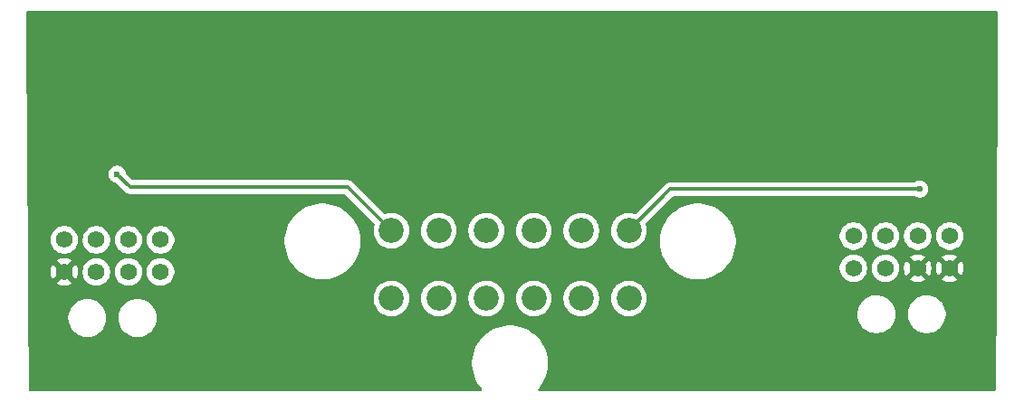
<source format=gbr>
%TF.GenerationSoftware,KiCad,Pcbnew,9.0.4*%
%TF.CreationDate,2025-10-28T17:38:43-05:00*%
%TF.ProjectId,TEST,54455354-2e6b-4696-9361-645f70636258,rev?*%
%TF.SameCoordinates,Original*%
%TF.FileFunction,Copper,L2,Bot*%
%TF.FilePolarity,Positive*%
%FSLAX46Y46*%
G04 Gerber Fmt 4.6, Leading zero omitted, Abs format (unit mm)*
G04 Created by KiCad (PCBNEW 9.0.4) date 2025-10-28 17:38:43*
%MOMM*%
%LPD*%
G01*
G04 APERTURE LIST*
%TA.AperFunction,ComponentPad*%
%ADD10C,2.340000*%
%TD*%
%TA.AperFunction,ComponentPad*%
%ADD11C,1.574800*%
%TD*%
%TA.AperFunction,ViaPad*%
%ADD12C,0.600000*%
%TD*%
%TA.AperFunction,Conductor*%
%ADD13C,0.300000*%
%TD*%
G04 APERTURE END LIST*
D10*
%TO.P,J3,1,1*%
%TO.N,/INPUT*%
X134190000Y-79190000D03*
%TO.P,J3,2,2*%
%TO.N,unconnected-(J3-Pad2)*%
X138630000Y-79190000D03*
%TO.P,J3,3,3*%
%TO.N,unconnected-(J3-Pad3)*%
X143070000Y-79190000D03*
%TO.P,J3,4,4*%
%TO.N,unconnected-(J3-Pad4)*%
X147510000Y-79190000D03*
%TO.P,J3,5,5*%
%TO.N,unconnected-(J3-Pad5)*%
X151950000Y-79190000D03*
%TO.P,J3,6,6*%
%TO.N,/OUTPUT*%
X156390000Y-79190000D03*
%TO.P,J3,7,7*%
%TO.N,unconnected-(J3-Pad7)*%
X156390000Y-85540000D03*
%TO.P,J3,8,8*%
%TO.N,unconnected-(J3-Pad8)*%
X151950000Y-85540000D03*
%TO.P,J3,9,9*%
%TO.N,unconnected-(J3-Pad9)*%
X147510000Y-85540000D03*
%TO.P,J3,10,10*%
%TO.N,unconnected-(J3-Pad10)*%
X143070000Y-85540000D03*
%TO.P,J3,11,11*%
%TO.N,unconnected-(J3-Pad11)*%
X138630000Y-85540000D03*
%TO.P,J3,12,12*%
%TO.N,unconnected-(J3-Pad12)*%
X134190000Y-85540000D03*
%TD*%
D11*
%TO.P,J2,1,1*%
%TO.N,GND*%
X186399997Y-82700000D03*
%TO.P,J2,2,2*%
X183399998Y-82700000D03*
%TO.P,J2,3,3*%
%TO.N,/BOTS*%
X180399999Y-82700000D03*
%TO.P,J2,4,4*%
%TO.N,/COCKPIT_BUTTON*%
X177400000Y-82700000D03*
%TO.P,J2,5,5*%
%TO.N,+12V*%
X186399997Y-79700001D03*
%TO.P,J2,6,6*%
%TO.N,unconnected-(J2-Pad6)*%
X183399998Y-79700001D03*
%TO.P,J2,7,7*%
%TO.N,/BOTS*%
X180399999Y-79700001D03*
%TO.P,J2,8,8*%
%TO.N,/COCKPIT_BUTTON*%
X177400000Y-79700001D03*
%TD*%
%TO.P,J1,1,1*%
%TO.N,/INERTIA_SWITCH*%
X112600000Y-83050000D03*
%TO.P,J1,2,2*%
%TO.N,/RIGHT_BUTTON*%
X109600001Y-83050000D03*
%TO.P,J1,3,3*%
%TO.N,/LEFT_BUTTON*%
X106600002Y-83050000D03*
%TO.P,J1,4,4*%
%TO.N,GND*%
X103600003Y-83050000D03*
%TO.P,J1,5,5*%
%TO.N,/INERTIA_SWITCH*%
X112600000Y-80050001D03*
%TO.P,J1,6,6*%
%TO.N,/RIGHT_BUTTON*%
X109600001Y-80050001D03*
%TO.P,J1,7,7*%
%TO.N,/LEFT_BUTTON*%
X106600002Y-80050001D03*
%TO.P,J1,8,8*%
%TO.N,unconnected-(J1-Pad8)*%
X103600003Y-80050001D03*
%TD*%
D12*
%TO.N,/INPUT*%
X108550000Y-73900000D03*
%TO.N,GND*%
X111150000Y-81600000D03*
X187000000Y-75250000D03*
X107350000Y-62800000D03*
X113450000Y-85700000D03*
X122000000Y-84800000D03*
X110700000Y-73250000D03*
X169400000Y-87250000D03*
X172150000Y-78500000D03*
X113550000Y-93000000D03*
X108150000Y-81550000D03*
X100950000Y-63450000D03*
X147300000Y-69200000D03*
X170600000Y-82250000D03*
X114250000Y-88350000D03*
X110150000Y-65500000D03*
X171450000Y-89350000D03*
X130850000Y-88400000D03*
X159350000Y-73500000D03*
X162012500Y-59450000D03*
X122150000Y-93000000D03*
X187750000Y-86700000D03*
X154350000Y-82250000D03*
X143150000Y-76600000D03*
X119250000Y-78650000D03*
X104900000Y-64600000D03*
X131650000Y-86350000D03*
X149700000Y-76750000D03*
X117500000Y-69850000D03*
X137700000Y-82100000D03*
X164950000Y-64350000D03*
X162900000Y-68200000D03*
X190100000Y-72250000D03*
X117550000Y-66600000D03*
X177350000Y-92950000D03*
X162400000Y-66200000D03*
X175250000Y-66650000D03*
X122900000Y-82500000D03*
X107750000Y-75850000D03*
X174250000Y-73250000D03*
X171800000Y-62850000D03*
X103250000Y-93150000D03*
X129687500Y-59450000D03*
X177100000Y-62900000D03*
X167850000Y-89800000D03*
X145100000Y-76700000D03*
X147300000Y-76650000D03*
X105850000Y-77550000D03*
X181700000Y-66550000D03*
X108137500Y-59450000D03*
X135075000Y-59450000D03*
X130750000Y-83950000D03*
X136200000Y-76750000D03*
X105950000Y-90700000D03*
X190000000Y-69000000D03*
X189300000Y-79850000D03*
X150700000Y-89900000D03*
X135950000Y-73200000D03*
X124200000Y-72100000D03*
X171550000Y-92850000D03*
X175150000Y-82500000D03*
X168400000Y-71700000D03*
X164550000Y-72800000D03*
X135450000Y-88650000D03*
X152250000Y-76650000D03*
X180800000Y-93000000D03*
X176400000Y-73450000D03*
X115700000Y-90450000D03*
X101750000Y-81600000D03*
X138100000Y-71150000D03*
X126550000Y-84800000D03*
X142750000Y-64550000D03*
X189650000Y-64500000D03*
X172787500Y-59450000D03*
X126000000Y-68300000D03*
X172100000Y-87000000D03*
X165900000Y-76650000D03*
X149200000Y-82250000D03*
X154450000Y-76750000D03*
X109050000Y-64150000D03*
X125400000Y-88400000D03*
X118912500Y-59450000D03*
X161000000Y-64800000D03*
X179950000Y-71700000D03*
X151050000Y-70200000D03*
X121250000Y-80450000D03*
X174750000Y-65000000D03*
X133900000Y-62850000D03*
X128400000Y-86200000D03*
X188950000Y-59450000D03*
X117650000Y-84700000D03*
X138100000Y-90750000D03*
X181800000Y-64700000D03*
X149950000Y-92700000D03*
X160750000Y-85450000D03*
X158550000Y-80950000D03*
X103750000Y-75800000D03*
X173000000Y-69150000D03*
X188200000Y-62500000D03*
X140550000Y-82100000D03*
X153900000Y-90200000D03*
X149050000Y-88000000D03*
X119350000Y-82500000D03*
X123050000Y-65500000D03*
X167400000Y-59450000D03*
X189050000Y-88700000D03*
X140850000Y-76750000D03*
X183400000Y-63150000D03*
X112300000Y-69050000D03*
X117650000Y-93000000D03*
X188450000Y-84550000D03*
X176600000Y-90300000D03*
X185450000Y-75650000D03*
X168700000Y-66500000D03*
X148100000Y-73500000D03*
X156625000Y-59450000D03*
X190050000Y-66850000D03*
X175700000Y-68650000D03*
X113450000Y-70150000D03*
X101550000Y-74200000D03*
X168700000Y-80550000D03*
X120850000Y-62800000D03*
X145850000Y-82300000D03*
X168550000Y-76900000D03*
X117700000Y-64650000D03*
X178400000Y-84700000D03*
X113300000Y-67750000D03*
X121700000Y-69100000D03*
X176700000Y-88000000D03*
X105650000Y-74100000D03*
X101300000Y-85800000D03*
X168700000Y-64600000D03*
X110850000Y-90650000D03*
X181300000Y-73650000D03*
X171350000Y-76800000D03*
X113100000Y-71750000D03*
X182050000Y-84800000D03*
X122900000Y-62950000D03*
X100950000Y-61050000D03*
X175600000Y-84650000D03*
X125250000Y-70450000D03*
X164200000Y-85350000D03*
X113525000Y-59450000D03*
X110850000Y-71250000D03*
X173750000Y-92900000D03*
X169400000Y-92900000D03*
X143150000Y-69900000D03*
X143250000Y-66650000D03*
X117100000Y-78500000D03*
X169950000Y-78400000D03*
X176850000Y-85800000D03*
X182050000Y-76850000D03*
X124200000Y-86150000D03*
X172350000Y-83900000D03*
X120000000Y-90600000D03*
X168600000Y-70000000D03*
X151850000Y-73300000D03*
X134700000Y-82100000D03*
X128750000Y-72100000D03*
X170550000Y-85600000D03*
X117900000Y-88200000D03*
X168950000Y-83900000D03*
X157250000Y-82100000D03*
X145850000Y-59450000D03*
X115400000Y-71700000D03*
X101100000Y-90550000D03*
X189150000Y-82500000D03*
X162850000Y-70700000D03*
X135400000Y-93000000D03*
X130450000Y-66550000D03*
X140400000Y-92850000D03*
X185850000Y-69150000D03*
X174850000Y-62950000D03*
X158200000Y-62900000D03*
X152500000Y-88300000D03*
X159250000Y-83500000D03*
X104850000Y-66500000D03*
X140350000Y-88800000D03*
X102750000Y-87950000D03*
X185000000Y-90550000D03*
X149850000Y-71600000D03*
X182200000Y-90500000D03*
X187900000Y-90650000D03*
X121800000Y-73350000D03*
X183100000Y-73550000D03*
X183500000Y-92800000D03*
X156650000Y-76350000D03*
X155950000Y-64600000D03*
X101750000Y-77750000D03*
X154250000Y-92800000D03*
X122350000Y-88250000D03*
X172400000Y-91000000D03*
X140462500Y-59450000D03*
X189350000Y-92800000D03*
X181850000Y-88700000D03*
X154050000Y-73500000D03*
X126450000Y-72100000D03*
X186900000Y-88550000D03*
X186400000Y-92800000D03*
X159250000Y-86750000D03*
X143100000Y-82200000D03*
X132450000Y-82150000D03*
X135950000Y-63000000D03*
X186100000Y-85000000D03*
X130200000Y-64650000D03*
X151600000Y-82300000D03*
X152200000Y-91400000D03*
X140400000Y-71900000D03*
X120100000Y-86050000D03*
X164350000Y-62800000D03*
X124300000Y-59450000D03*
X102750000Y-59450000D03*
X162650000Y-64200000D03*
X156300000Y-73550000D03*
X152750000Y-71850000D03*
X186950000Y-72950000D03*
X134850000Y-69200000D03*
X135250000Y-64550000D03*
X179150000Y-90600000D03*
X190100000Y-77600000D03*
X110150000Y-62950000D03*
X178175000Y-59450000D03*
X101100000Y-71650000D03*
X102750000Y-72500000D03*
X167100000Y-82550000D03*
X151237500Y-59450000D03*
X161100000Y-63000000D03*
X189800000Y-61000000D03*
X156100000Y-66600000D03*
X167550000Y-78500000D03*
X186100000Y-77250000D03*
X123250000Y-78900000D03*
X183562500Y-59450000D03*
X177100000Y-77100000D03*
X190100000Y-75350000D03*
X138650000Y-76700000D03*
X138600000Y-69000000D03*
X114300000Y-81450000D03*
X184050000Y-77400000D03*
X187000000Y-66450000D03*
X167250000Y-73200000D03*
X170200000Y-91050000D03*
X178750000Y-77050000D03*
X138100000Y-73000000D03*
X166950000Y-85550000D03*
X186400000Y-61100000D03*
X109050000Y-93050000D03*
X105050000Y-81550000D03*
X175100000Y-79850000D03*
%TO.N,/OUTPUT*%
X183600000Y-75300000D03*
%TD*%
D13*
%TO.N,/INPUT*%
X109750000Y-75100000D02*
X130100000Y-75100000D01*
X134190000Y-79190000D02*
X130100000Y-75100000D01*
X109750000Y-75100000D02*
X108550000Y-73900000D01*
%TO.N,/OUTPUT*%
X156390000Y-79190000D02*
X160280000Y-75300000D01*
X160280000Y-75300000D02*
X183600000Y-75300000D01*
%TD*%
%TA.AperFunction,Conductor*%
%TO.N,GND*%
G36*
X190846888Y-58619685D02*
G01*
X190892643Y-58672489D01*
X190903846Y-58724665D01*
X190767145Y-84151082D01*
X190713782Y-94076667D01*
X190693738Y-94143599D01*
X190640688Y-94189070D01*
X190589784Y-94200000D01*
X148036114Y-94200000D01*
X147969075Y-94180315D01*
X147923320Y-94127511D01*
X147913376Y-94058353D01*
X147940261Y-93997335D01*
X148012704Y-93909061D01*
X148145228Y-93747581D01*
X148339038Y-93457523D01*
X148503485Y-93149865D01*
X148636984Y-92827570D01*
X148738250Y-92493742D01*
X148738252Y-92493732D01*
X148738255Y-92493721D01*
X148806307Y-92151594D01*
X148840500Y-91804421D01*
X148840500Y-91455578D01*
X148806307Y-91108405D01*
X148738255Y-90766278D01*
X148738252Y-90766267D01*
X148738251Y-90766264D01*
X148738250Y-90766258D01*
X148636984Y-90432430D01*
X148503485Y-90110135D01*
X148339038Y-89802477D01*
X148339027Y-89802460D01*
X148145240Y-89512436D01*
X148145233Y-89512426D01*
X148145228Y-89512419D01*
X147923920Y-89242754D01*
X147923919Y-89242753D01*
X147923915Y-89242748D01*
X147677251Y-88996084D01*
X147407586Y-88774776D01*
X147407563Y-88774759D01*
X147117539Y-88580972D01*
X147117511Y-88580955D01*
X146809872Y-88416518D01*
X146809867Y-88416516D01*
X146487571Y-88283016D01*
X146153732Y-88181747D01*
X146153721Y-88181744D01*
X145811594Y-88113692D01*
X145550120Y-88087940D01*
X145464425Y-88079500D01*
X145115575Y-88079500D01*
X145036394Y-88087298D01*
X144768405Y-88113692D01*
X144426278Y-88181744D01*
X144426267Y-88181747D01*
X144092428Y-88283016D01*
X143770132Y-88416516D01*
X143770127Y-88416518D01*
X143462488Y-88580955D01*
X143462460Y-88580972D01*
X143172436Y-88774759D01*
X143172413Y-88774776D01*
X142902748Y-88996084D01*
X142656084Y-89242748D01*
X142434776Y-89512413D01*
X142434759Y-89512436D01*
X142240972Y-89802460D01*
X142240955Y-89802488D01*
X142076518Y-90110127D01*
X142076516Y-90110132D01*
X141943016Y-90432428D01*
X141841747Y-90766267D01*
X141841744Y-90766278D01*
X141773692Y-91108405D01*
X141739500Y-91455578D01*
X141739500Y-91804421D01*
X141773692Y-92151594D01*
X141841744Y-92493721D01*
X141841747Y-92493732D01*
X141943016Y-92827571D01*
X142076516Y-93149867D01*
X142076518Y-93149872D01*
X142240955Y-93457511D01*
X142240972Y-93457539D01*
X142434759Y-93747563D01*
X142434776Y-93747586D01*
X142639739Y-93997335D01*
X142667052Y-94061645D01*
X142655261Y-94130513D01*
X142608109Y-94182073D01*
X142543886Y-94200000D01*
X100403507Y-94200000D01*
X100336468Y-94180315D01*
X100290713Y-94127511D01*
X100279510Y-94076917D01*
X100277075Y-93747586D01*
X100270274Y-92827571D01*
X100229070Y-87253687D01*
X103975501Y-87253687D01*
X103975501Y-87486316D01*
X103989366Y-87591622D01*
X104005864Y-87716932D01*
X104029870Y-87806523D01*
X104066069Y-87941622D01*
X104155084Y-88156523D01*
X104155089Y-88156534D01*
X104271388Y-88357968D01*
X104271399Y-88357984D01*
X104412997Y-88542519D01*
X104413003Y-88542526D01*
X104577476Y-88706999D01*
X104577482Y-88707004D01*
X104762027Y-88848610D01*
X104762034Y-88848614D01*
X104963468Y-88964913D01*
X104963473Y-88964915D01*
X104963476Y-88964917D01*
X105038720Y-88996084D01*
X105178380Y-89053933D01*
X105178381Y-89053933D01*
X105178383Y-89053934D01*
X105403071Y-89114139D01*
X105633694Y-89144502D01*
X105633701Y-89144502D01*
X105866301Y-89144502D01*
X105866308Y-89144502D01*
X106096931Y-89114139D01*
X106321619Y-89053934D01*
X106536526Y-88964917D01*
X106737975Y-88848610D01*
X106922520Y-88707004D01*
X107087003Y-88542521D01*
X107228609Y-88357976D01*
X107344916Y-88156527D01*
X107433933Y-87941620D01*
X107494138Y-87716932D01*
X107524501Y-87486309D01*
X107524501Y-87253695D01*
X107524500Y-87253687D01*
X108675502Y-87253687D01*
X108675502Y-87486316D01*
X108689367Y-87591622D01*
X108705865Y-87716932D01*
X108729871Y-87806523D01*
X108766070Y-87941622D01*
X108855085Y-88156523D01*
X108855090Y-88156534D01*
X108971389Y-88357968D01*
X108971400Y-88357984D01*
X109112998Y-88542519D01*
X109113004Y-88542526D01*
X109277477Y-88706999D01*
X109277483Y-88707004D01*
X109462028Y-88848610D01*
X109462035Y-88848614D01*
X109663469Y-88964913D01*
X109663474Y-88964915D01*
X109663477Y-88964917D01*
X109738721Y-88996084D01*
X109878381Y-89053933D01*
X109878382Y-89053933D01*
X109878384Y-89053934D01*
X110103072Y-89114139D01*
X110333695Y-89144502D01*
X110333702Y-89144502D01*
X110566302Y-89144502D01*
X110566309Y-89144502D01*
X110796932Y-89114139D01*
X111021620Y-89053934D01*
X111236527Y-88964917D01*
X111437976Y-88848610D01*
X111622521Y-88707004D01*
X111787004Y-88542521D01*
X111928610Y-88357976D01*
X112044917Y-88156527D01*
X112133934Y-87941620D01*
X112194139Y-87716932D01*
X112224502Y-87486309D01*
X112224502Y-87253695D01*
X112194139Y-87023072D01*
X112133934Y-86798384D01*
X112044917Y-86583477D01*
X112044915Y-86583474D01*
X112044913Y-86583469D01*
X111928614Y-86382035D01*
X111928610Y-86382028D01*
X111887835Y-86328889D01*
X111787005Y-86197484D01*
X111786999Y-86197477D01*
X111622526Y-86033004D01*
X111622519Y-86032998D01*
X111437984Y-85891400D01*
X111437982Y-85891398D01*
X111437976Y-85891394D01*
X111437971Y-85891391D01*
X111437968Y-85891389D01*
X111236534Y-85775090D01*
X111236523Y-85775085D01*
X111021622Y-85686070D01*
X110909276Y-85655967D01*
X110796932Y-85625865D01*
X110745682Y-85619117D01*
X110566316Y-85595502D01*
X110566309Y-85595502D01*
X110333695Y-85595502D01*
X110333687Y-85595502D01*
X110128696Y-85622491D01*
X110103072Y-85625865D01*
X110046900Y-85640916D01*
X109878381Y-85686070D01*
X109663480Y-85775085D01*
X109663469Y-85775090D01*
X109462035Y-85891389D01*
X109462019Y-85891400D01*
X109277484Y-86032998D01*
X109277477Y-86033004D01*
X109113004Y-86197477D01*
X109112998Y-86197484D01*
X108971400Y-86382019D01*
X108971389Y-86382035D01*
X108855090Y-86583469D01*
X108855085Y-86583480D01*
X108766070Y-86798381D01*
X108705865Y-87023073D01*
X108675502Y-87253687D01*
X107524500Y-87253687D01*
X107494138Y-87023072D01*
X107433933Y-86798384D01*
X107344916Y-86583477D01*
X107344914Y-86583474D01*
X107344912Y-86583469D01*
X107228613Y-86382035D01*
X107228609Y-86382028D01*
X107187834Y-86328889D01*
X107087004Y-86197484D01*
X107086998Y-86197477D01*
X106922525Y-86033004D01*
X106922518Y-86032998D01*
X106737983Y-85891400D01*
X106737981Y-85891398D01*
X106737975Y-85891394D01*
X106737970Y-85891391D01*
X106737967Y-85891389D01*
X106536533Y-85775090D01*
X106536522Y-85775085D01*
X106321621Y-85686070D01*
X106209275Y-85655967D01*
X106096931Y-85625865D01*
X106045681Y-85619117D01*
X105866315Y-85595502D01*
X105866308Y-85595502D01*
X105633694Y-85595502D01*
X105633686Y-85595502D01*
X105428695Y-85622491D01*
X105403071Y-85625865D01*
X105346899Y-85640916D01*
X105178380Y-85686070D01*
X104963479Y-85775085D01*
X104963468Y-85775090D01*
X104762034Y-85891389D01*
X104762018Y-85891400D01*
X104577483Y-86032998D01*
X104577476Y-86033004D01*
X104413003Y-86197477D01*
X104412997Y-86197484D01*
X104271399Y-86382019D01*
X104271388Y-86382035D01*
X104155089Y-86583469D01*
X104155084Y-86583480D01*
X104066069Y-86798381D01*
X104005864Y-87023073D01*
X103975501Y-87253687D01*
X100229070Y-87253687D01*
X100229047Y-87250553D01*
X100215592Y-85430502D01*
X132519500Y-85430502D01*
X132519500Y-85649497D01*
X132543306Y-85830314D01*
X132548083Y-85866598D01*
X132548084Y-85866600D01*
X132592409Y-86032028D01*
X132604759Y-86078117D01*
X132688560Y-86280428D01*
X132688562Y-86280433D01*
X132688565Y-86280438D01*
X132798049Y-86470070D01*
X132931355Y-86643798D01*
X132931361Y-86643805D01*
X133086194Y-86798638D01*
X133086201Y-86798644D01*
X133259929Y-86931950D01*
X133449561Y-87041434D01*
X133449563Y-87041434D01*
X133449572Y-87041440D01*
X133651883Y-87125241D01*
X133863402Y-87181917D01*
X134080510Y-87210500D01*
X134080517Y-87210500D01*
X134299483Y-87210500D01*
X134299490Y-87210500D01*
X134516598Y-87181917D01*
X134728117Y-87125241D01*
X134930428Y-87041440D01*
X135120071Y-86931950D01*
X135293800Y-86798643D01*
X135448643Y-86643800D01*
X135581950Y-86470071D01*
X135691440Y-86280428D01*
X135775241Y-86078117D01*
X135831917Y-85866598D01*
X135860500Y-85649490D01*
X135860500Y-85430510D01*
X135860499Y-85430502D01*
X136959500Y-85430502D01*
X136959500Y-85649497D01*
X136983306Y-85830314D01*
X136988083Y-85866598D01*
X136988084Y-85866600D01*
X137032409Y-86032028D01*
X137044759Y-86078117D01*
X137128560Y-86280428D01*
X137128562Y-86280433D01*
X137128565Y-86280438D01*
X137238049Y-86470070D01*
X137371355Y-86643798D01*
X137371361Y-86643805D01*
X137526194Y-86798638D01*
X137526201Y-86798644D01*
X137699929Y-86931950D01*
X137889561Y-87041434D01*
X137889563Y-87041434D01*
X137889572Y-87041440D01*
X138091883Y-87125241D01*
X138303402Y-87181917D01*
X138520510Y-87210500D01*
X138520517Y-87210500D01*
X138739483Y-87210500D01*
X138739490Y-87210500D01*
X138956598Y-87181917D01*
X139168117Y-87125241D01*
X139370428Y-87041440D01*
X139560071Y-86931950D01*
X139733800Y-86798643D01*
X139888643Y-86643800D01*
X140021950Y-86470071D01*
X140131440Y-86280428D01*
X140215241Y-86078117D01*
X140271917Y-85866598D01*
X140300500Y-85649490D01*
X140300500Y-85430510D01*
X140300499Y-85430502D01*
X141399500Y-85430502D01*
X141399500Y-85649497D01*
X141423306Y-85830314D01*
X141428083Y-85866598D01*
X141428084Y-85866600D01*
X141472409Y-86032028D01*
X141484759Y-86078117D01*
X141568560Y-86280428D01*
X141568562Y-86280433D01*
X141568565Y-86280438D01*
X141678049Y-86470070D01*
X141811355Y-86643798D01*
X141811361Y-86643805D01*
X141966194Y-86798638D01*
X141966201Y-86798644D01*
X142139929Y-86931950D01*
X142329561Y-87041434D01*
X142329563Y-87041434D01*
X142329572Y-87041440D01*
X142531883Y-87125241D01*
X142743402Y-87181917D01*
X142960510Y-87210500D01*
X142960517Y-87210500D01*
X143179483Y-87210500D01*
X143179490Y-87210500D01*
X143396598Y-87181917D01*
X143608117Y-87125241D01*
X143810428Y-87041440D01*
X144000071Y-86931950D01*
X144173800Y-86798643D01*
X144328643Y-86643800D01*
X144461950Y-86470071D01*
X144571440Y-86280428D01*
X144655241Y-86078117D01*
X144711917Y-85866598D01*
X144740500Y-85649490D01*
X144740500Y-85430510D01*
X144740499Y-85430502D01*
X145839500Y-85430502D01*
X145839500Y-85649497D01*
X145863306Y-85830314D01*
X145868083Y-85866598D01*
X145868084Y-85866600D01*
X145912409Y-86032028D01*
X145924759Y-86078117D01*
X146008560Y-86280428D01*
X146008562Y-86280433D01*
X146008565Y-86280438D01*
X146118049Y-86470070D01*
X146251355Y-86643798D01*
X146251361Y-86643805D01*
X146406194Y-86798638D01*
X146406201Y-86798644D01*
X146579929Y-86931950D01*
X146769561Y-87041434D01*
X146769563Y-87041434D01*
X146769572Y-87041440D01*
X146971883Y-87125241D01*
X147183402Y-87181917D01*
X147400510Y-87210500D01*
X147400517Y-87210500D01*
X147619483Y-87210500D01*
X147619490Y-87210500D01*
X147836598Y-87181917D01*
X148048117Y-87125241D01*
X148250428Y-87041440D01*
X148440071Y-86931950D01*
X148613800Y-86798643D01*
X148768643Y-86643800D01*
X148901950Y-86470071D01*
X149011440Y-86280428D01*
X149095241Y-86078117D01*
X149151917Y-85866598D01*
X149180500Y-85649490D01*
X149180500Y-85430510D01*
X149180499Y-85430502D01*
X150279500Y-85430502D01*
X150279500Y-85649497D01*
X150303306Y-85830314D01*
X150308083Y-85866598D01*
X150308084Y-85866600D01*
X150352409Y-86032028D01*
X150364759Y-86078117D01*
X150448560Y-86280428D01*
X150448562Y-86280433D01*
X150448565Y-86280438D01*
X150558049Y-86470070D01*
X150691355Y-86643798D01*
X150691361Y-86643805D01*
X150846194Y-86798638D01*
X150846201Y-86798644D01*
X151019929Y-86931950D01*
X151209561Y-87041434D01*
X151209563Y-87041434D01*
X151209572Y-87041440D01*
X151411883Y-87125241D01*
X151623402Y-87181917D01*
X151840510Y-87210500D01*
X151840517Y-87210500D01*
X152059483Y-87210500D01*
X152059490Y-87210500D01*
X152276598Y-87181917D01*
X152488117Y-87125241D01*
X152690428Y-87041440D01*
X152880071Y-86931950D01*
X153053800Y-86798643D01*
X153208643Y-86643800D01*
X153341950Y-86470071D01*
X153451440Y-86280428D01*
X153535241Y-86078117D01*
X153591917Y-85866598D01*
X153620500Y-85649490D01*
X153620500Y-85430510D01*
X153620499Y-85430502D01*
X154719500Y-85430502D01*
X154719500Y-85649497D01*
X154743306Y-85830314D01*
X154748083Y-85866598D01*
X154748084Y-85866600D01*
X154792409Y-86032028D01*
X154804759Y-86078117D01*
X154888560Y-86280428D01*
X154888562Y-86280433D01*
X154888565Y-86280438D01*
X154998049Y-86470070D01*
X155131355Y-86643798D01*
X155131361Y-86643805D01*
X155286194Y-86798638D01*
X155286201Y-86798644D01*
X155459929Y-86931950D01*
X155649561Y-87041434D01*
X155649563Y-87041434D01*
X155649572Y-87041440D01*
X155851883Y-87125241D01*
X156063402Y-87181917D01*
X156280510Y-87210500D01*
X156280517Y-87210500D01*
X156499483Y-87210500D01*
X156499490Y-87210500D01*
X156716598Y-87181917D01*
X156928117Y-87125241D01*
X157130428Y-87041440D01*
X157320071Y-86931950D01*
X157356904Y-86903687D01*
X177775498Y-86903687D01*
X177775498Y-87136316D01*
X177790953Y-87253701D01*
X177805861Y-87366932D01*
X177835963Y-87479276D01*
X177866066Y-87591622D01*
X177955081Y-87806523D01*
X177955086Y-87806534D01*
X178071385Y-88007968D01*
X178071396Y-88007984D01*
X178212994Y-88192519D01*
X178213000Y-88192526D01*
X178377473Y-88356999D01*
X178377480Y-88357005D01*
X178378756Y-88357984D01*
X178562024Y-88498610D01*
X178562031Y-88498614D01*
X178763465Y-88614913D01*
X178763470Y-88614915D01*
X178763473Y-88614917D01*
X178870926Y-88659425D01*
X178978377Y-88703933D01*
X178978378Y-88703933D01*
X178978380Y-88703934D01*
X179203068Y-88764139D01*
X179433691Y-88794502D01*
X179433698Y-88794502D01*
X179666298Y-88794502D01*
X179666305Y-88794502D01*
X179896928Y-88764139D01*
X180121616Y-88703934D01*
X180336523Y-88614917D01*
X180537972Y-88498610D01*
X180722517Y-88357004D01*
X180887000Y-88192521D01*
X181028606Y-88007976D01*
X181144913Y-87806527D01*
X181233930Y-87591620D01*
X181294135Y-87366932D01*
X181324498Y-87136309D01*
X181324498Y-86903695D01*
X181324497Y-86903687D01*
X182475499Y-86903687D01*
X182475499Y-87136316D01*
X182490954Y-87253701D01*
X182505862Y-87366932D01*
X182535964Y-87479276D01*
X182566067Y-87591622D01*
X182655082Y-87806523D01*
X182655087Y-87806534D01*
X182771386Y-88007968D01*
X182771397Y-88007984D01*
X182912995Y-88192519D01*
X182913001Y-88192526D01*
X183077474Y-88356999D01*
X183077481Y-88357005D01*
X183078757Y-88357984D01*
X183262025Y-88498610D01*
X183262032Y-88498614D01*
X183463466Y-88614913D01*
X183463471Y-88614915D01*
X183463474Y-88614917D01*
X183570927Y-88659425D01*
X183678378Y-88703933D01*
X183678379Y-88703933D01*
X183678381Y-88703934D01*
X183903069Y-88764139D01*
X184133692Y-88794502D01*
X184133699Y-88794502D01*
X184366299Y-88794502D01*
X184366306Y-88794502D01*
X184596929Y-88764139D01*
X184821617Y-88703934D01*
X185036524Y-88614917D01*
X185237973Y-88498610D01*
X185422518Y-88357004D01*
X185587001Y-88192521D01*
X185728607Y-88007976D01*
X185844914Y-87806527D01*
X185933931Y-87591620D01*
X185994136Y-87366932D01*
X186024499Y-87136309D01*
X186024499Y-86903695D01*
X185994136Y-86673072D01*
X185933931Y-86448384D01*
X185906448Y-86382035D01*
X185844915Y-86233480D01*
X185844910Y-86233469D01*
X185728611Y-86032035D01*
X185728607Y-86032028D01*
X185601670Y-85866600D01*
X185587002Y-85847484D01*
X185586996Y-85847477D01*
X185422523Y-85683004D01*
X185422516Y-85682998D01*
X185237981Y-85541400D01*
X185237979Y-85541398D01*
X185237973Y-85541394D01*
X185237968Y-85541391D01*
X185237965Y-85541389D01*
X185036531Y-85425090D01*
X185036520Y-85425085D01*
X184821619Y-85336070D01*
X184709273Y-85305967D01*
X184596929Y-85275865D01*
X184545679Y-85269117D01*
X184366313Y-85245502D01*
X184366306Y-85245502D01*
X184133692Y-85245502D01*
X184133684Y-85245502D01*
X183928693Y-85272491D01*
X183903069Y-85275865D01*
X183846897Y-85290916D01*
X183678378Y-85336070D01*
X183463477Y-85425085D01*
X183463466Y-85425090D01*
X183262032Y-85541389D01*
X183262016Y-85541400D01*
X183077481Y-85682998D01*
X183077474Y-85683004D01*
X182913001Y-85847477D01*
X182912995Y-85847484D01*
X182771397Y-86032019D01*
X182771386Y-86032035D01*
X182655087Y-86233469D01*
X182655082Y-86233480D01*
X182566067Y-86448381D01*
X182529871Y-86583469D01*
X182513706Y-86643800D01*
X182505862Y-86673073D01*
X182475499Y-86903687D01*
X181324497Y-86903687D01*
X181294135Y-86673072D01*
X181233930Y-86448384D01*
X181206447Y-86382035D01*
X181144914Y-86233480D01*
X181144909Y-86233469D01*
X181028610Y-86032035D01*
X181028606Y-86032028D01*
X180901669Y-85866600D01*
X180887001Y-85847484D01*
X180886995Y-85847477D01*
X180722522Y-85683004D01*
X180722515Y-85682998D01*
X180537980Y-85541400D01*
X180537978Y-85541398D01*
X180537972Y-85541394D01*
X180537967Y-85541391D01*
X180537964Y-85541389D01*
X180336530Y-85425090D01*
X180336519Y-85425085D01*
X180121618Y-85336070D01*
X180009272Y-85305967D01*
X179896928Y-85275865D01*
X179845678Y-85269117D01*
X179666312Y-85245502D01*
X179666305Y-85245502D01*
X179433691Y-85245502D01*
X179433683Y-85245502D01*
X179228692Y-85272491D01*
X179203068Y-85275865D01*
X179146896Y-85290916D01*
X178978377Y-85336070D01*
X178763476Y-85425085D01*
X178763465Y-85425090D01*
X178562031Y-85541389D01*
X178562015Y-85541400D01*
X178377480Y-85682998D01*
X178377473Y-85683004D01*
X178213000Y-85847477D01*
X178212994Y-85847484D01*
X178071396Y-86032019D01*
X178071385Y-86032035D01*
X177955086Y-86233469D01*
X177955081Y-86233480D01*
X177866066Y-86448381D01*
X177829870Y-86583469D01*
X177813705Y-86643800D01*
X177805861Y-86673073D01*
X177775498Y-86903687D01*
X157356904Y-86903687D01*
X157430701Y-86847060D01*
X157490390Y-86801260D01*
X157490391Y-86801259D01*
X157491884Y-86800112D01*
X157493800Y-86798643D01*
X157648643Y-86643800D01*
X157781950Y-86470071D01*
X157891440Y-86280428D01*
X157975241Y-86078117D01*
X158031917Y-85866598D01*
X158060500Y-85649490D01*
X158060500Y-85430510D01*
X158031917Y-85213402D01*
X157975241Y-85001883D01*
X157891440Y-84799572D01*
X157781950Y-84609929D01*
X157648643Y-84436200D01*
X157648638Y-84436194D01*
X157493805Y-84281361D01*
X157493798Y-84281355D01*
X157320070Y-84148049D01*
X157130438Y-84038565D01*
X157130433Y-84038562D01*
X157130428Y-84038560D01*
X156962824Y-83969135D01*
X156928115Y-83954758D01*
X156822357Y-83926421D01*
X156716598Y-83898083D01*
X156678582Y-83893078D01*
X156499497Y-83869500D01*
X156499490Y-83869500D01*
X156280510Y-83869500D01*
X156280502Y-83869500D01*
X156097886Y-83893543D01*
X156063402Y-83898083D01*
X156018699Y-83910060D01*
X155851884Y-83954758D01*
X155733374Y-84003847D01*
X155649572Y-84038560D01*
X155649569Y-84038561D01*
X155649561Y-84038565D01*
X155459929Y-84148049D01*
X155286201Y-84281355D01*
X155286194Y-84281361D01*
X155131361Y-84436194D01*
X155131355Y-84436201D01*
X154998049Y-84609929D01*
X154888565Y-84799561D01*
X154888560Y-84799573D01*
X154804758Y-85001884D01*
X154748084Y-85213399D01*
X154748082Y-85213410D01*
X154719500Y-85430502D01*
X153620499Y-85430502D01*
X153591917Y-85213402D01*
X153535241Y-85001883D01*
X153451440Y-84799572D01*
X153341950Y-84609929D01*
X153208643Y-84436200D01*
X153208638Y-84436194D01*
X153053805Y-84281361D01*
X153053798Y-84281355D01*
X152880070Y-84148049D01*
X152690438Y-84038565D01*
X152690433Y-84038562D01*
X152690428Y-84038560D01*
X152522824Y-83969135D01*
X152488115Y-83954758D01*
X152382357Y-83926421D01*
X152276598Y-83898083D01*
X152238582Y-83893078D01*
X152059497Y-83869500D01*
X152059490Y-83869500D01*
X151840510Y-83869500D01*
X151840502Y-83869500D01*
X151657886Y-83893543D01*
X151623402Y-83898083D01*
X151578699Y-83910060D01*
X151411884Y-83954758D01*
X151293374Y-84003847D01*
X151209572Y-84038560D01*
X151209569Y-84038561D01*
X151209561Y-84038565D01*
X151019929Y-84148049D01*
X150846201Y-84281355D01*
X150846194Y-84281361D01*
X150691361Y-84436194D01*
X150691355Y-84436201D01*
X150558049Y-84609929D01*
X150448565Y-84799561D01*
X150448560Y-84799573D01*
X150364758Y-85001884D01*
X150308084Y-85213399D01*
X150308082Y-85213410D01*
X150279500Y-85430502D01*
X149180499Y-85430502D01*
X149151917Y-85213402D01*
X149095241Y-85001883D01*
X149011440Y-84799572D01*
X148901950Y-84609929D01*
X148768643Y-84436200D01*
X148768638Y-84436194D01*
X148613805Y-84281361D01*
X148613798Y-84281355D01*
X148440070Y-84148049D01*
X148250438Y-84038565D01*
X148250433Y-84038562D01*
X148250428Y-84038560D01*
X148082824Y-83969135D01*
X148048115Y-83954758D01*
X147942357Y-83926421D01*
X147836598Y-83898083D01*
X147798582Y-83893078D01*
X147619497Y-83869500D01*
X147619490Y-83869500D01*
X147400510Y-83869500D01*
X147400502Y-83869500D01*
X147217886Y-83893543D01*
X147183402Y-83898083D01*
X147138699Y-83910060D01*
X146971884Y-83954758D01*
X146853374Y-84003847D01*
X146769572Y-84038560D01*
X146769569Y-84038561D01*
X146769561Y-84038565D01*
X146579929Y-84148049D01*
X146406201Y-84281355D01*
X146406194Y-84281361D01*
X146251361Y-84436194D01*
X146251355Y-84436201D01*
X146118049Y-84609929D01*
X146008565Y-84799561D01*
X146008560Y-84799573D01*
X145924758Y-85001884D01*
X145868084Y-85213399D01*
X145868082Y-85213410D01*
X145839500Y-85430502D01*
X144740499Y-85430502D01*
X144711917Y-85213402D01*
X144655241Y-85001883D01*
X144571440Y-84799572D01*
X144461950Y-84609929D01*
X144328643Y-84436200D01*
X144328638Y-84436194D01*
X144173805Y-84281361D01*
X144173798Y-84281355D01*
X144000070Y-84148049D01*
X143810438Y-84038565D01*
X143810433Y-84038562D01*
X143810428Y-84038560D01*
X143642824Y-83969135D01*
X143608115Y-83954758D01*
X143502357Y-83926421D01*
X143396598Y-83898083D01*
X143358582Y-83893078D01*
X143179497Y-83869500D01*
X143179490Y-83869500D01*
X142960510Y-83869500D01*
X142960502Y-83869500D01*
X142777886Y-83893543D01*
X142743402Y-83898083D01*
X142698699Y-83910060D01*
X142531884Y-83954758D01*
X142413374Y-84003847D01*
X142329572Y-84038560D01*
X142329569Y-84038561D01*
X142329561Y-84038565D01*
X142139929Y-84148049D01*
X141966201Y-84281355D01*
X141966194Y-84281361D01*
X141811361Y-84436194D01*
X141811355Y-84436201D01*
X141678049Y-84609929D01*
X141568565Y-84799561D01*
X141568560Y-84799573D01*
X141484758Y-85001884D01*
X141428084Y-85213399D01*
X141428082Y-85213410D01*
X141399500Y-85430502D01*
X140300499Y-85430502D01*
X140271917Y-85213402D01*
X140215241Y-85001883D01*
X140131440Y-84799572D01*
X140021950Y-84609929D01*
X139888643Y-84436200D01*
X139888638Y-84436194D01*
X139733805Y-84281361D01*
X139733798Y-84281355D01*
X139560070Y-84148049D01*
X139370438Y-84038565D01*
X139370433Y-84038562D01*
X139370428Y-84038560D01*
X139202824Y-83969135D01*
X139168115Y-83954758D01*
X139062357Y-83926421D01*
X138956598Y-83898083D01*
X138918582Y-83893078D01*
X138739497Y-83869500D01*
X138739490Y-83869500D01*
X138520510Y-83869500D01*
X138520502Y-83869500D01*
X138337886Y-83893543D01*
X138303402Y-83898083D01*
X138258699Y-83910060D01*
X138091884Y-83954758D01*
X137973374Y-84003847D01*
X137889572Y-84038560D01*
X137889569Y-84038561D01*
X137889561Y-84038565D01*
X137699929Y-84148049D01*
X137526201Y-84281355D01*
X137526194Y-84281361D01*
X137371361Y-84436194D01*
X137371355Y-84436201D01*
X137238049Y-84609929D01*
X137128565Y-84799561D01*
X137128560Y-84799573D01*
X137044758Y-85001884D01*
X136988084Y-85213399D01*
X136988082Y-85213410D01*
X136959500Y-85430502D01*
X135860499Y-85430502D01*
X135831917Y-85213402D01*
X135775241Y-85001883D01*
X135691440Y-84799572D01*
X135581950Y-84609929D01*
X135448643Y-84436200D01*
X135448638Y-84436194D01*
X135293805Y-84281361D01*
X135293798Y-84281355D01*
X135120070Y-84148049D01*
X134930438Y-84038565D01*
X134930433Y-84038562D01*
X134930428Y-84038560D01*
X134762824Y-83969135D01*
X134728115Y-83954758D01*
X134622357Y-83926421D01*
X134516598Y-83898083D01*
X134478582Y-83893078D01*
X134299497Y-83869500D01*
X134299490Y-83869500D01*
X134080510Y-83869500D01*
X134080502Y-83869500D01*
X133897886Y-83893543D01*
X133863402Y-83898083D01*
X133818699Y-83910060D01*
X133651884Y-83954758D01*
X133533374Y-84003847D01*
X133449572Y-84038560D01*
X133449569Y-84038561D01*
X133449561Y-84038565D01*
X133259929Y-84148049D01*
X133086201Y-84281355D01*
X133086194Y-84281361D01*
X132931361Y-84436194D01*
X132931355Y-84436201D01*
X132798049Y-84609929D01*
X132688565Y-84799561D01*
X132688560Y-84799573D01*
X132604758Y-85001884D01*
X132548084Y-85213399D01*
X132548082Y-85213410D01*
X132519500Y-85430502D01*
X100215592Y-85430502D01*
X100215569Y-85427368D01*
X100205565Y-84074111D01*
X100197245Y-82948679D01*
X102312603Y-82948679D01*
X102312603Y-83151320D01*
X102344302Y-83351463D01*
X102406924Y-83544192D01*
X102498919Y-83724744D01*
X102529548Y-83766899D01*
X102529549Y-83766900D01*
X103089768Y-83206680D01*
X103102953Y-83255885D01*
X103173177Y-83377515D01*
X103272488Y-83476826D01*
X103394118Y-83547050D01*
X103443322Y-83560234D01*
X102883102Y-84120453D01*
X102883102Y-84120454D01*
X102925257Y-84151082D01*
X103105810Y-84243078D01*
X103298539Y-84305700D01*
X103298538Y-84305700D01*
X103498683Y-84337400D01*
X103701323Y-84337400D01*
X103901466Y-84305700D01*
X104094195Y-84243078D01*
X104274750Y-84151081D01*
X104274754Y-84151079D01*
X104316902Y-84120454D01*
X104316903Y-84120454D01*
X103756683Y-83560234D01*
X103805888Y-83547050D01*
X103927518Y-83476826D01*
X104026829Y-83377515D01*
X104097053Y-83255885D01*
X104110237Y-83206680D01*
X104670456Y-83766900D01*
X104670457Y-83766899D01*
X104701082Y-83724751D01*
X104701084Y-83724747D01*
X104793081Y-83544192D01*
X104855703Y-83351463D01*
X104887403Y-83151320D01*
X104887403Y-82948679D01*
X104887397Y-82948640D01*
X105312102Y-82948640D01*
X105312102Y-83151360D01*
X105319339Y-83197050D01*
X105343795Y-83351463D01*
X105343815Y-83351584D01*
X105406459Y-83544382D01*
X105498362Y-83724751D01*
X105498494Y-83725009D01*
X105617641Y-83889004D01*
X105760997Y-84032360D01*
X105914458Y-84143854D01*
X105924996Y-84151510D01*
X106105620Y-84243543D01*
X106298418Y-84306187D01*
X106498642Y-84337900D01*
X106498643Y-84337900D01*
X106701361Y-84337900D01*
X106701362Y-84337900D01*
X106901586Y-84306187D01*
X107094384Y-84243543D01*
X107275008Y-84151510D01*
X107367087Y-84084610D01*
X107439006Y-84032360D01*
X107439008Y-84032357D01*
X107439012Y-84032355D01*
X107582357Y-83889010D01*
X107582359Y-83889006D01*
X107582362Y-83889004D01*
X107671075Y-83766899D01*
X107701512Y-83725006D01*
X107793545Y-83544382D01*
X107856189Y-83351584D01*
X107887902Y-83151360D01*
X107887902Y-82948640D01*
X108312101Y-82948640D01*
X108312101Y-83151360D01*
X108319338Y-83197050D01*
X108343794Y-83351463D01*
X108343814Y-83351584D01*
X108406458Y-83544382D01*
X108498361Y-83724751D01*
X108498493Y-83725009D01*
X108617640Y-83889004D01*
X108760996Y-84032360D01*
X108914457Y-84143854D01*
X108924995Y-84151510D01*
X109105619Y-84243543D01*
X109298417Y-84306187D01*
X109498641Y-84337900D01*
X109498642Y-84337900D01*
X109701360Y-84337900D01*
X109701361Y-84337900D01*
X109901585Y-84306187D01*
X110094383Y-84243543D01*
X110275007Y-84151510D01*
X110367086Y-84084610D01*
X110439005Y-84032360D01*
X110439007Y-84032357D01*
X110439011Y-84032355D01*
X110582356Y-83889010D01*
X110582358Y-83889006D01*
X110582361Y-83889004D01*
X110671074Y-83766899D01*
X110701511Y-83725006D01*
X110793544Y-83544382D01*
X110856188Y-83351584D01*
X110887901Y-83151360D01*
X110887901Y-82948640D01*
X111312100Y-82948640D01*
X111312100Y-83151360D01*
X111319337Y-83197050D01*
X111343793Y-83351463D01*
X111343813Y-83351584D01*
X111406457Y-83544382D01*
X111498360Y-83724751D01*
X111498492Y-83725009D01*
X111617639Y-83889004D01*
X111760995Y-84032360D01*
X111914456Y-84143854D01*
X111924994Y-84151510D01*
X112105618Y-84243543D01*
X112298416Y-84306187D01*
X112498640Y-84337900D01*
X112498641Y-84337900D01*
X112701359Y-84337900D01*
X112701360Y-84337900D01*
X112901584Y-84306187D01*
X113094382Y-84243543D01*
X113275006Y-84151510D01*
X113367085Y-84084610D01*
X113439004Y-84032360D01*
X113439006Y-84032357D01*
X113439010Y-84032355D01*
X113582355Y-83889010D01*
X113582357Y-83889006D01*
X113582360Y-83889004D01*
X113671073Y-83766899D01*
X113701510Y-83725006D01*
X113793543Y-83544382D01*
X113856187Y-83351584D01*
X113887900Y-83151360D01*
X113887900Y-82948640D01*
X113856187Y-82748416D01*
X113793543Y-82555618D01*
X113701510Y-82374994D01*
X113659801Y-82317586D01*
X113582360Y-82210995D01*
X113439004Y-82067639D01*
X113275009Y-81948492D01*
X113275008Y-81948491D01*
X113275006Y-81948490D01*
X113094382Y-81856457D01*
X112901584Y-81793813D01*
X112901582Y-81793812D01*
X112901580Y-81793812D01*
X112761782Y-81771670D01*
X112701360Y-81762100D01*
X112498640Y-81762100D01*
X112452224Y-81769451D01*
X112298419Y-81793812D01*
X112105615Y-81856458D01*
X111924990Y-81948492D01*
X111760995Y-82067639D01*
X111617639Y-82210995D01*
X111498492Y-82374990D01*
X111406458Y-82555615D01*
X111343812Y-82748419D01*
X111335427Y-82801359D01*
X111312100Y-82948640D01*
X110887901Y-82948640D01*
X110856188Y-82748416D01*
X110793544Y-82555618D01*
X110701511Y-82374994D01*
X110659802Y-82317586D01*
X110582361Y-82210995D01*
X110439005Y-82067639D01*
X110275010Y-81948492D01*
X110275009Y-81948491D01*
X110275007Y-81948490D01*
X110094383Y-81856457D01*
X109901585Y-81793813D01*
X109901583Y-81793812D01*
X109901581Y-81793812D01*
X109761783Y-81771670D01*
X109701361Y-81762100D01*
X109498641Y-81762100D01*
X109452225Y-81769451D01*
X109298420Y-81793812D01*
X109105616Y-81856458D01*
X108924991Y-81948492D01*
X108760996Y-82067639D01*
X108617640Y-82210995D01*
X108498493Y-82374990D01*
X108406459Y-82555615D01*
X108343813Y-82748419D01*
X108335428Y-82801359D01*
X108312101Y-82948640D01*
X107887902Y-82948640D01*
X107856189Y-82748416D01*
X107793545Y-82555618D01*
X107701512Y-82374994D01*
X107659803Y-82317586D01*
X107582362Y-82210995D01*
X107439006Y-82067639D01*
X107275011Y-81948492D01*
X107275010Y-81948491D01*
X107275008Y-81948490D01*
X107094384Y-81856457D01*
X106901586Y-81793813D01*
X106901584Y-81793812D01*
X106901582Y-81793812D01*
X106761784Y-81771670D01*
X106701362Y-81762100D01*
X106498642Y-81762100D01*
X106452226Y-81769451D01*
X106298421Y-81793812D01*
X106105617Y-81856458D01*
X105924992Y-81948492D01*
X105760997Y-82067639D01*
X105617641Y-82210995D01*
X105498494Y-82374990D01*
X105406460Y-82555615D01*
X105343814Y-82748419D01*
X105335429Y-82801359D01*
X105312102Y-82948640D01*
X104887397Y-82948640D01*
X104855703Y-82748536D01*
X104793081Y-82555807D01*
X104701085Y-82375254D01*
X104670456Y-82333099D01*
X104110236Y-82893318D01*
X104097053Y-82844115D01*
X104026829Y-82722485D01*
X103927518Y-82623174D01*
X103805888Y-82552950D01*
X103756683Y-82539765D01*
X104316903Y-81979546D01*
X104316902Y-81979545D01*
X104274747Y-81948916D01*
X104094195Y-81856921D01*
X103901466Y-81794299D01*
X103901467Y-81794299D01*
X103701323Y-81762600D01*
X103498683Y-81762600D01*
X103298539Y-81794299D01*
X103105810Y-81856921D01*
X102925253Y-81948919D01*
X102883102Y-81979544D01*
X102883101Y-81979545D01*
X103443322Y-82539765D01*
X103394118Y-82552950D01*
X103272488Y-82623174D01*
X103173177Y-82722485D01*
X103102953Y-82844115D01*
X103089769Y-82893319D01*
X102529548Y-82333098D01*
X102529547Y-82333099D01*
X102498922Y-82375250D01*
X102406924Y-82555807D01*
X102344302Y-82748536D01*
X102312603Y-82948679D01*
X100197245Y-82948679D01*
X100197216Y-82944724D01*
X100190437Y-82027722D01*
X100175067Y-79948641D01*
X102312103Y-79948641D01*
X102312103Y-80151361D01*
X102321673Y-80211783D01*
X102334663Y-80293800D01*
X102343816Y-80351585D01*
X102406460Y-80544383D01*
X102496754Y-80721595D01*
X102498495Y-80725010D01*
X102617642Y-80889005D01*
X102760998Y-81032361D01*
X102914459Y-81143855D01*
X102924997Y-81151511D01*
X103105621Y-81243544D01*
X103298419Y-81306188D01*
X103498643Y-81337901D01*
X103498644Y-81337901D01*
X103701362Y-81337901D01*
X103701363Y-81337901D01*
X103901587Y-81306188D01*
X104094385Y-81243544D01*
X104275009Y-81151511D01*
X104395814Y-81063742D01*
X104439007Y-81032361D01*
X104439009Y-81032358D01*
X104439013Y-81032356D01*
X104582358Y-80889011D01*
X104582360Y-80889007D01*
X104582363Y-80889005D01*
X104665016Y-80775241D01*
X104701513Y-80725007D01*
X104793546Y-80544383D01*
X104856190Y-80351585D01*
X104887903Y-80151361D01*
X104887903Y-79948641D01*
X105312102Y-79948641D01*
X105312102Y-80151361D01*
X105321672Y-80211783D01*
X105334662Y-80293800D01*
X105343815Y-80351585D01*
X105406459Y-80544383D01*
X105496753Y-80721595D01*
X105498494Y-80725010D01*
X105617641Y-80889005D01*
X105760997Y-81032361D01*
X105914458Y-81143855D01*
X105924996Y-81151511D01*
X106105620Y-81243544D01*
X106298418Y-81306188D01*
X106498642Y-81337901D01*
X106498643Y-81337901D01*
X106701361Y-81337901D01*
X106701362Y-81337901D01*
X106901586Y-81306188D01*
X107094384Y-81243544D01*
X107275008Y-81151511D01*
X107395813Y-81063742D01*
X107439006Y-81032361D01*
X107439008Y-81032358D01*
X107439012Y-81032356D01*
X107582357Y-80889011D01*
X107582359Y-80889007D01*
X107582362Y-80889005D01*
X107665015Y-80775241D01*
X107701512Y-80725007D01*
X107793545Y-80544383D01*
X107856189Y-80351585D01*
X107887902Y-80151361D01*
X107887902Y-79948641D01*
X108312101Y-79948641D01*
X108312101Y-80151361D01*
X108321671Y-80211783D01*
X108334661Y-80293800D01*
X108343814Y-80351585D01*
X108406458Y-80544383D01*
X108496752Y-80721595D01*
X108498493Y-80725010D01*
X108617640Y-80889005D01*
X108760996Y-81032361D01*
X108914457Y-81143855D01*
X108924995Y-81151511D01*
X109105619Y-81243544D01*
X109298417Y-81306188D01*
X109498641Y-81337901D01*
X109498642Y-81337901D01*
X109701360Y-81337901D01*
X109701361Y-81337901D01*
X109901585Y-81306188D01*
X110094383Y-81243544D01*
X110275007Y-81151511D01*
X110395812Y-81063742D01*
X110439005Y-81032361D01*
X110439007Y-81032358D01*
X110439011Y-81032356D01*
X110582356Y-80889011D01*
X110582358Y-80889007D01*
X110582361Y-80889005D01*
X110665014Y-80775241D01*
X110701511Y-80725007D01*
X110793544Y-80544383D01*
X110856188Y-80351585D01*
X110887901Y-80151361D01*
X110887901Y-79948641D01*
X111312100Y-79948641D01*
X111312100Y-80151361D01*
X111321670Y-80211783D01*
X111334660Y-80293800D01*
X111343813Y-80351585D01*
X111406457Y-80544383D01*
X111496751Y-80721595D01*
X111498492Y-80725010D01*
X111617639Y-80889005D01*
X111760995Y-81032361D01*
X111914456Y-81143855D01*
X111924994Y-81151511D01*
X112105618Y-81243544D01*
X112298416Y-81306188D01*
X112498640Y-81337901D01*
X112498641Y-81337901D01*
X112701359Y-81337901D01*
X112701360Y-81337901D01*
X112901584Y-81306188D01*
X113094382Y-81243544D01*
X113275006Y-81151511D01*
X113395811Y-81063742D01*
X113439004Y-81032361D01*
X113439006Y-81032358D01*
X113439010Y-81032356D01*
X113582355Y-80889011D01*
X113582357Y-80889007D01*
X113582360Y-80889005D01*
X113665013Y-80775241D01*
X113701510Y-80725007D01*
X113793543Y-80544383D01*
X113856187Y-80351585D01*
X113887900Y-80151361D01*
X113887900Y-80025575D01*
X124199500Y-80025575D01*
X124199500Y-80374425D01*
X124199558Y-80375010D01*
X124233692Y-80721594D01*
X124301744Y-81063721D01*
X124301747Y-81063732D01*
X124403016Y-81397571D01*
X124497414Y-81625468D01*
X124535595Y-81717645D01*
X124536516Y-81719867D01*
X124536518Y-81719872D01*
X124700955Y-82027511D01*
X124700972Y-82027539D01*
X124894759Y-82317563D01*
X124894776Y-82317586D01*
X125116084Y-82587251D01*
X125362748Y-82833915D01*
X125362753Y-82833919D01*
X125362754Y-82833920D01*
X125632419Y-83055228D01*
X125632426Y-83055233D01*
X125632436Y-83055240D01*
X125922460Y-83249027D01*
X125922465Y-83249030D01*
X125922477Y-83249038D01*
X125922486Y-83249042D01*
X125922488Y-83249044D01*
X126230127Y-83413481D01*
X126230129Y-83413481D01*
X126230135Y-83413485D01*
X126552430Y-83546984D01*
X126886258Y-83648250D01*
X126886264Y-83648251D01*
X126886267Y-83648252D01*
X126886278Y-83648255D01*
X127228405Y-83716307D01*
X127575575Y-83750500D01*
X127575578Y-83750500D01*
X127924422Y-83750500D01*
X127924425Y-83750500D01*
X128271595Y-83716307D01*
X128338197Y-83703059D01*
X128613721Y-83648255D01*
X128613732Y-83648252D01*
X128613732Y-83648251D01*
X128613742Y-83648250D01*
X128947570Y-83546984D01*
X129269865Y-83413485D01*
X129577523Y-83249038D01*
X129867581Y-83055228D01*
X130137246Y-82833920D01*
X130383920Y-82587246D01*
X130605228Y-82317581D01*
X130799038Y-82027523D01*
X130963485Y-81719865D01*
X131096984Y-81397570D01*
X131198250Y-81063742D01*
X131198252Y-81063732D01*
X131198255Y-81063721D01*
X131266307Y-80721594D01*
X131269277Y-80691439D01*
X131300500Y-80374425D01*
X131300500Y-80025575D01*
X131266307Y-79678405D01*
X131250441Y-79598641D01*
X131198255Y-79336278D01*
X131198252Y-79336267D01*
X131198251Y-79336264D01*
X131198250Y-79336258D01*
X131096984Y-79002430D01*
X130963485Y-78680135D01*
X130948384Y-78651884D01*
X130799044Y-78372488D01*
X130799042Y-78372486D01*
X130799038Y-78372477D01*
X130799027Y-78372460D01*
X130605240Y-78082436D01*
X130605233Y-78082426D01*
X130605228Y-78082419D01*
X130383920Y-77812754D01*
X130383919Y-77812753D01*
X130383915Y-77812748D01*
X130137251Y-77566084D01*
X129867586Y-77344776D01*
X129867563Y-77344759D01*
X129577539Y-77150972D01*
X129577511Y-77150955D01*
X129269872Y-76986518D01*
X129269867Y-76986516D01*
X128947571Y-76853016D01*
X128613732Y-76751747D01*
X128613721Y-76751744D01*
X128271594Y-76683692D01*
X128010120Y-76657940D01*
X127924425Y-76649500D01*
X127575575Y-76649500D01*
X127496394Y-76657298D01*
X127228405Y-76683692D01*
X126886278Y-76751744D01*
X126886267Y-76751747D01*
X126552428Y-76853016D01*
X126230132Y-76986516D01*
X126230127Y-76986518D01*
X125922488Y-77150955D01*
X125922460Y-77150972D01*
X125632436Y-77344759D01*
X125632413Y-77344776D01*
X125362748Y-77566084D01*
X125116084Y-77812748D01*
X124894776Y-78082413D01*
X124894759Y-78082436D01*
X124700972Y-78372460D01*
X124700955Y-78372488D01*
X124536518Y-78680127D01*
X124536516Y-78680132D01*
X124403016Y-79002428D01*
X124301747Y-79336267D01*
X124301744Y-79336278D01*
X124233692Y-79678405D01*
X124208871Y-79930426D01*
X124199500Y-80025575D01*
X113887900Y-80025575D01*
X113887900Y-79948641D01*
X113856187Y-79748417D01*
X113793543Y-79555619D01*
X113701510Y-79374995D01*
X113646648Y-79299483D01*
X113582360Y-79210996D01*
X113439004Y-79067640D01*
X113275009Y-78948493D01*
X113275008Y-78948492D01*
X113275006Y-78948491D01*
X113094382Y-78856458D01*
X112901584Y-78793814D01*
X112901582Y-78793813D01*
X112901580Y-78793813D01*
X112761782Y-78771671D01*
X112701360Y-78762101D01*
X112498640Y-78762101D01*
X112452224Y-78769452D01*
X112298419Y-78793813D01*
X112105615Y-78856459D01*
X111924990Y-78948493D01*
X111760995Y-79067640D01*
X111617639Y-79210996D01*
X111498492Y-79374991D01*
X111406458Y-79555616D01*
X111343812Y-79748420D01*
X111335427Y-79801360D01*
X111312100Y-79948641D01*
X110887901Y-79948641D01*
X110856188Y-79748417D01*
X110793544Y-79555619D01*
X110701511Y-79374995D01*
X110646649Y-79299483D01*
X110582361Y-79210996D01*
X110439005Y-79067640D01*
X110275010Y-78948493D01*
X110275009Y-78948492D01*
X110275007Y-78948491D01*
X110094383Y-78856458D01*
X109901585Y-78793814D01*
X109901583Y-78793813D01*
X109901581Y-78793813D01*
X109761783Y-78771671D01*
X109701361Y-78762101D01*
X109498641Y-78762101D01*
X109452225Y-78769452D01*
X109298420Y-78793813D01*
X109105616Y-78856459D01*
X108924991Y-78948493D01*
X108760996Y-79067640D01*
X108617640Y-79210996D01*
X108498493Y-79374991D01*
X108406459Y-79555616D01*
X108343813Y-79748420D01*
X108335428Y-79801360D01*
X108312101Y-79948641D01*
X107887902Y-79948641D01*
X107856189Y-79748417D01*
X107793545Y-79555619D01*
X107701512Y-79374995D01*
X107646650Y-79299483D01*
X107582362Y-79210996D01*
X107439006Y-79067640D01*
X107275011Y-78948493D01*
X107275010Y-78948492D01*
X107275008Y-78948491D01*
X107094384Y-78856458D01*
X106901586Y-78793814D01*
X106901584Y-78793813D01*
X106901582Y-78793813D01*
X106761784Y-78771671D01*
X106701362Y-78762101D01*
X106498642Y-78762101D01*
X106452226Y-78769452D01*
X106298421Y-78793813D01*
X106105617Y-78856459D01*
X105924992Y-78948493D01*
X105760997Y-79067640D01*
X105617641Y-79210996D01*
X105498494Y-79374991D01*
X105406460Y-79555616D01*
X105343814Y-79748420D01*
X105335429Y-79801360D01*
X105312102Y-79948641D01*
X104887903Y-79948641D01*
X104856190Y-79748417D01*
X104793546Y-79555619D01*
X104701513Y-79374995D01*
X104646651Y-79299483D01*
X104582363Y-79210996D01*
X104439007Y-79067640D01*
X104275012Y-78948493D01*
X104275011Y-78948492D01*
X104275009Y-78948491D01*
X104094385Y-78856458D01*
X103901587Y-78793814D01*
X103901585Y-78793813D01*
X103901583Y-78793813D01*
X103761785Y-78771671D01*
X103701363Y-78762101D01*
X103498643Y-78762101D01*
X103452227Y-78769452D01*
X103298422Y-78793813D01*
X103105618Y-78856459D01*
X102924993Y-78948493D01*
X102760998Y-79067640D01*
X102617642Y-79210996D01*
X102498495Y-79374991D01*
X102406461Y-79555616D01*
X102343815Y-79748420D01*
X102335430Y-79801360D01*
X102312103Y-79948641D01*
X100175067Y-79948641D01*
X100175038Y-79944686D01*
X100129770Y-73821153D01*
X107749500Y-73821153D01*
X107749500Y-73978846D01*
X107780261Y-74133489D01*
X107780264Y-74133501D01*
X107840602Y-74279172D01*
X107840609Y-74279185D01*
X107928210Y-74410288D01*
X107928213Y-74410292D01*
X108039707Y-74521786D01*
X108039711Y-74521789D01*
X108170814Y-74609390D01*
X108170827Y-74609397D01*
X108258230Y-74645599D01*
X108316503Y-74669737D01*
X108383580Y-74683079D01*
X108445488Y-74715461D01*
X108447068Y-74717014D01*
X109335324Y-75605271D01*
X109335331Y-75605277D01*
X109441871Y-75676464D01*
X109441870Y-75676464D01*
X109476544Y-75690826D01*
X109560256Y-75725501D01*
X109560260Y-75725501D01*
X109560261Y-75725502D01*
X109685928Y-75750500D01*
X109685931Y-75750500D01*
X129779192Y-75750500D01*
X129846231Y-75770185D01*
X129866873Y-75786819D01*
X132583421Y-78503367D01*
X132616906Y-78564690D01*
X132611922Y-78634382D01*
X132610303Y-78638497D01*
X132604761Y-78651875D01*
X132604759Y-78651882D01*
X132604759Y-78651883D01*
X132549944Y-78856459D01*
X132548084Y-78863399D01*
X132548082Y-78863410D01*
X132519500Y-79080502D01*
X132519500Y-79299497D01*
X132529440Y-79374995D01*
X132548083Y-79516598D01*
X132604759Y-79728117D01*
X132688560Y-79930428D01*
X132688562Y-79930433D01*
X132688565Y-79930438D01*
X132798049Y-80120070D01*
X132931355Y-80293798D01*
X132931361Y-80293805D01*
X133086194Y-80448638D01*
X133086201Y-80448644D01*
X133259929Y-80581950D01*
X133449561Y-80691434D01*
X133449563Y-80691434D01*
X133449572Y-80691440D01*
X133651883Y-80775241D01*
X133863402Y-80831917D01*
X134080510Y-80860500D01*
X134080517Y-80860500D01*
X134299483Y-80860500D01*
X134299490Y-80860500D01*
X134516598Y-80831917D01*
X134728117Y-80775241D01*
X134930428Y-80691440D01*
X135120071Y-80581950D01*
X135293800Y-80448643D01*
X135448643Y-80293800D01*
X135581950Y-80120071D01*
X135691440Y-79930428D01*
X135775241Y-79728117D01*
X135831917Y-79516598D01*
X135860500Y-79299490D01*
X135860500Y-79080510D01*
X135860499Y-79080502D01*
X136959500Y-79080502D01*
X136959500Y-79299497D01*
X136969440Y-79374995D01*
X136988083Y-79516598D01*
X137044759Y-79728117D01*
X137128560Y-79930428D01*
X137128562Y-79930433D01*
X137128565Y-79930438D01*
X137238049Y-80120070D01*
X137371355Y-80293798D01*
X137371361Y-80293805D01*
X137526194Y-80448638D01*
X137526201Y-80448644D01*
X137699929Y-80581950D01*
X137889561Y-80691434D01*
X137889563Y-80691434D01*
X137889572Y-80691440D01*
X138091883Y-80775241D01*
X138303402Y-80831917D01*
X138520510Y-80860500D01*
X138520517Y-80860500D01*
X138739483Y-80860500D01*
X138739490Y-80860500D01*
X138956598Y-80831917D01*
X139168117Y-80775241D01*
X139370428Y-80691440D01*
X139560071Y-80581950D01*
X139733800Y-80448643D01*
X139888643Y-80293800D01*
X140021950Y-80120071D01*
X140131440Y-79930428D01*
X140215241Y-79728117D01*
X140271917Y-79516598D01*
X140300500Y-79299490D01*
X140300500Y-79080510D01*
X140300499Y-79080502D01*
X141399500Y-79080502D01*
X141399500Y-79299497D01*
X141409440Y-79374995D01*
X141428083Y-79516598D01*
X141484759Y-79728117D01*
X141568560Y-79930428D01*
X141568562Y-79930433D01*
X141568565Y-79930438D01*
X141678049Y-80120070D01*
X141811355Y-80293798D01*
X141811361Y-80293805D01*
X141966194Y-80448638D01*
X141966201Y-80448644D01*
X142139929Y-80581950D01*
X142329561Y-80691434D01*
X142329563Y-80691434D01*
X142329572Y-80691440D01*
X142531883Y-80775241D01*
X142743402Y-80831917D01*
X142960510Y-80860500D01*
X142960517Y-80860500D01*
X143179483Y-80860500D01*
X143179490Y-80860500D01*
X143396598Y-80831917D01*
X143608117Y-80775241D01*
X143810428Y-80691440D01*
X144000071Y-80581950D01*
X144173800Y-80448643D01*
X144328643Y-80293800D01*
X144461950Y-80120071D01*
X144571440Y-79930428D01*
X144655241Y-79728117D01*
X144711917Y-79516598D01*
X144740500Y-79299490D01*
X144740500Y-79080510D01*
X144740499Y-79080502D01*
X145839500Y-79080502D01*
X145839500Y-79299497D01*
X145849440Y-79374995D01*
X145868083Y-79516598D01*
X145924759Y-79728117D01*
X146008560Y-79930428D01*
X146008562Y-79930433D01*
X146008565Y-79930438D01*
X146118049Y-80120070D01*
X146251355Y-80293798D01*
X146251361Y-80293805D01*
X146406194Y-80448638D01*
X146406201Y-80448644D01*
X146579929Y-80581950D01*
X146769561Y-80691434D01*
X146769563Y-80691434D01*
X146769572Y-80691440D01*
X146971883Y-80775241D01*
X147183402Y-80831917D01*
X147400510Y-80860500D01*
X147400517Y-80860500D01*
X147619483Y-80860500D01*
X147619490Y-80860500D01*
X147836598Y-80831917D01*
X148048117Y-80775241D01*
X148250428Y-80691440D01*
X148440071Y-80581950D01*
X148613800Y-80448643D01*
X148768643Y-80293800D01*
X148901950Y-80120071D01*
X149011440Y-79930428D01*
X149095241Y-79728117D01*
X149151917Y-79516598D01*
X149180500Y-79299490D01*
X149180500Y-79080510D01*
X149180499Y-79080502D01*
X150279500Y-79080502D01*
X150279500Y-79299497D01*
X150289440Y-79374995D01*
X150308083Y-79516598D01*
X150364759Y-79728117D01*
X150448560Y-79930428D01*
X150448562Y-79930433D01*
X150448565Y-79930438D01*
X150558049Y-80120070D01*
X150691355Y-80293798D01*
X150691361Y-80293805D01*
X150846194Y-80448638D01*
X150846201Y-80448644D01*
X151019929Y-80581950D01*
X151209561Y-80691434D01*
X151209563Y-80691434D01*
X151209572Y-80691440D01*
X151411883Y-80775241D01*
X151623402Y-80831917D01*
X151840510Y-80860500D01*
X151840517Y-80860500D01*
X152059483Y-80860500D01*
X152059490Y-80860500D01*
X152276598Y-80831917D01*
X152488117Y-80775241D01*
X152690428Y-80691440D01*
X152880071Y-80581950D01*
X153053800Y-80448643D01*
X153208643Y-80293800D01*
X153341950Y-80120071D01*
X153451440Y-79930428D01*
X153535241Y-79728117D01*
X153591917Y-79516598D01*
X153620500Y-79299490D01*
X153620500Y-79080510D01*
X153620499Y-79080502D01*
X154719500Y-79080502D01*
X154719500Y-79299497D01*
X154729440Y-79374995D01*
X154748083Y-79516598D01*
X154804759Y-79728117D01*
X154888560Y-79930428D01*
X154888562Y-79930433D01*
X154888565Y-79930438D01*
X154998049Y-80120070D01*
X155131355Y-80293798D01*
X155131361Y-80293805D01*
X155286194Y-80448638D01*
X155286201Y-80448644D01*
X155459929Y-80581950D01*
X155649561Y-80691434D01*
X155649563Y-80691434D01*
X155649572Y-80691440D01*
X155851883Y-80775241D01*
X156063402Y-80831917D01*
X156280510Y-80860500D01*
X156280517Y-80860500D01*
X156499483Y-80860500D01*
X156499490Y-80860500D01*
X156716598Y-80831917D01*
X156928117Y-80775241D01*
X157130428Y-80691440D01*
X157320071Y-80581950D01*
X157493800Y-80448643D01*
X157648643Y-80293800D01*
X157781950Y-80120071D01*
X157836507Y-80025575D01*
X159279500Y-80025575D01*
X159279500Y-80374425D01*
X159279558Y-80375010D01*
X159313692Y-80721594D01*
X159381744Y-81063721D01*
X159381747Y-81063732D01*
X159483016Y-81397571D01*
X159577414Y-81625468D01*
X159615595Y-81717645D01*
X159616516Y-81719867D01*
X159616518Y-81719872D01*
X159780955Y-82027511D01*
X159780972Y-82027539D01*
X159974759Y-82317563D01*
X159974776Y-82317586D01*
X160196084Y-82587251D01*
X160442748Y-82833915D01*
X160442753Y-82833919D01*
X160442754Y-82833920D01*
X160712419Y-83055228D01*
X160712426Y-83055233D01*
X160712436Y-83055240D01*
X161002460Y-83249027D01*
X161002465Y-83249030D01*
X161002477Y-83249038D01*
X161002486Y-83249042D01*
X161002488Y-83249044D01*
X161310127Y-83413481D01*
X161310129Y-83413481D01*
X161310135Y-83413485D01*
X161632430Y-83546984D01*
X161966258Y-83648250D01*
X161966264Y-83648251D01*
X161966267Y-83648252D01*
X161966278Y-83648255D01*
X162308405Y-83716307D01*
X162655575Y-83750500D01*
X162655578Y-83750500D01*
X163004422Y-83750500D01*
X163004425Y-83750500D01*
X163351595Y-83716307D01*
X163418197Y-83703059D01*
X163693721Y-83648255D01*
X163693732Y-83648252D01*
X163693732Y-83648251D01*
X163693742Y-83648250D01*
X164027570Y-83546984D01*
X164349865Y-83413485D01*
X164657523Y-83249038D01*
X164947581Y-83055228D01*
X165217246Y-82833920D01*
X165452526Y-82598640D01*
X176112100Y-82598640D01*
X176112100Y-82801359D01*
X176143793Y-83001463D01*
X176143813Y-83001584D01*
X176206457Y-83194382D01*
X176298360Y-83374751D01*
X176298492Y-83375009D01*
X176417639Y-83539004D01*
X176560995Y-83682360D01*
X176714456Y-83793854D01*
X176724994Y-83801510D01*
X176905618Y-83893543D01*
X177098416Y-83956187D01*
X177298640Y-83987900D01*
X177298641Y-83987900D01*
X177501359Y-83987900D01*
X177501360Y-83987900D01*
X177701584Y-83956187D01*
X177894382Y-83893543D01*
X178075006Y-83801510D01*
X178167085Y-83734610D01*
X178239004Y-83682360D01*
X178239006Y-83682357D01*
X178239010Y-83682355D01*
X178382355Y-83539010D01*
X178382357Y-83539006D01*
X178382360Y-83539004D01*
X178471073Y-83416899D01*
X178501510Y-83375006D01*
X178593543Y-83194382D01*
X178656187Y-83001584D01*
X178687900Y-82801360D01*
X178687900Y-82598640D01*
X179112099Y-82598640D01*
X179112099Y-82801359D01*
X179143792Y-83001463D01*
X179143812Y-83001584D01*
X179206456Y-83194382D01*
X179298359Y-83374751D01*
X179298491Y-83375009D01*
X179417638Y-83539004D01*
X179560994Y-83682360D01*
X179714455Y-83793854D01*
X179724993Y-83801510D01*
X179905617Y-83893543D01*
X180098415Y-83956187D01*
X180298639Y-83987900D01*
X180298640Y-83987900D01*
X180501358Y-83987900D01*
X180501359Y-83987900D01*
X180701583Y-83956187D01*
X180894381Y-83893543D01*
X181075005Y-83801510D01*
X181167084Y-83734610D01*
X181239003Y-83682360D01*
X181239005Y-83682357D01*
X181239009Y-83682355D01*
X181382354Y-83539010D01*
X181382356Y-83539006D01*
X181382359Y-83539004D01*
X181471072Y-83416899D01*
X181501509Y-83375006D01*
X181593542Y-83194382D01*
X181656186Y-83001584D01*
X181687899Y-82801360D01*
X181687899Y-82598679D01*
X182112598Y-82598679D01*
X182112598Y-82801320D01*
X182144297Y-83001463D01*
X182206919Y-83194192D01*
X182298914Y-83374744D01*
X182329543Y-83416899D01*
X182329544Y-83416900D01*
X182889763Y-82856680D01*
X182902948Y-82905885D01*
X182973172Y-83027515D01*
X183072483Y-83126826D01*
X183194113Y-83197050D01*
X183243317Y-83210234D01*
X182683097Y-83770453D01*
X182683097Y-83770454D01*
X182725252Y-83801082D01*
X182905805Y-83893078D01*
X183098534Y-83955700D01*
X183098533Y-83955700D01*
X183298678Y-83987400D01*
X183501318Y-83987400D01*
X183701461Y-83955700D01*
X183894190Y-83893078D01*
X184074745Y-83801081D01*
X184074749Y-83801079D01*
X184116897Y-83770454D01*
X184116898Y-83770454D01*
X183556678Y-83210234D01*
X183605883Y-83197050D01*
X183727513Y-83126826D01*
X183826824Y-83027515D01*
X183897048Y-82905885D01*
X183910232Y-82856680D01*
X184470451Y-83416900D01*
X184470452Y-83416899D01*
X184501077Y-83374751D01*
X184501079Y-83374747D01*
X184593076Y-83194192D01*
X184655698Y-83001463D01*
X184687398Y-82801320D01*
X184687398Y-82598679D01*
X185112597Y-82598679D01*
X185112597Y-82801320D01*
X185144296Y-83001463D01*
X185206918Y-83194192D01*
X185298913Y-83374744D01*
X185329542Y-83416899D01*
X185329543Y-83416900D01*
X185889762Y-82856680D01*
X185902947Y-82905885D01*
X185973171Y-83027515D01*
X186072482Y-83126826D01*
X186194112Y-83197050D01*
X186243316Y-83210234D01*
X185683096Y-83770453D01*
X185683096Y-83770454D01*
X185725251Y-83801082D01*
X185905804Y-83893078D01*
X186098533Y-83955700D01*
X186098532Y-83955700D01*
X186298677Y-83987400D01*
X186501317Y-83987400D01*
X186701460Y-83955700D01*
X186894189Y-83893078D01*
X187074744Y-83801081D01*
X187074748Y-83801079D01*
X187116896Y-83770454D01*
X187116897Y-83770454D01*
X186556677Y-83210234D01*
X186605882Y-83197050D01*
X186727512Y-83126826D01*
X186826823Y-83027515D01*
X186897047Y-82905885D01*
X186910231Y-82856680D01*
X187470450Y-83416900D01*
X187470451Y-83416899D01*
X187501076Y-83374751D01*
X187501078Y-83374747D01*
X187593075Y-83194192D01*
X187655697Y-83001463D01*
X187687397Y-82801320D01*
X187687397Y-82598679D01*
X187655697Y-82398536D01*
X187593075Y-82205807D01*
X187501079Y-82025254D01*
X187470450Y-81983099D01*
X186910230Y-82543318D01*
X186897047Y-82494115D01*
X186826823Y-82372485D01*
X186727512Y-82273174D01*
X186605882Y-82202950D01*
X186556677Y-82189765D01*
X187116897Y-81629546D01*
X187116896Y-81629545D01*
X187074741Y-81598916D01*
X186894189Y-81506921D01*
X186701460Y-81444299D01*
X186701461Y-81444299D01*
X186501317Y-81412600D01*
X186298677Y-81412600D01*
X186098533Y-81444299D01*
X185905804Y-81506921D01*
X185725247Y-81598919D01*
X185683096Y-81629544D01*
X185683095Y-81629545D01*
X186243316Y-82189765D01*
X186194112Y-82202950D01*
X186072482Y-82273174D01*
X185973171Y-82372485D01*
X185902947Y-82494115D01*
X185889763Y-82543319D01*
X185329542Y-81983098D01*
X185329541Y-81983099D01*
X185298916Y-82025250D01*
X185206918Y-82205807D01*
X185144296Y-82398536D01*
X185112597Y-82598679D01*
X184687398Y-82598679D01*
X184655698Y-82398536D01*
X184593076Y-82205807D01*
X184501080Y-82025254D01*
X184470451Y-81983099D01*
X183910231Y-82543318D01*
X183897048Y-82494115D01*
X183826824Y-82372485D01*
X183727513Y-82273174D01*
X183605883Y-82202950D01*
X183556678Y-82189765D01*
X184116898Y-81629546D01*
X184116897Y-81629545D01*
X184074742Y-81598916D01*
X183894190Y-81506921D01*
X183701461Y-81444299D01*
X183701462Y-81444299D01*
X183501318Y-81412600D01*
X183298678Y-81412600D01*
X183098534Y-81444299D01*
X182905805Y-81506921D01*
X182725248Y-81598919D01*
X182683097Y-81629544D01*
X182683096Y-81629545D01*
X183243317Y-82189765D01*
X183194113Y-82202950D01*
X183072483Y-82273174D01*
X182973172Y-82372485D01*
X182902948Y-82494115D01*
X182889764Y-82543319D01*
X182329543Y-81983098D01*
X182329542Y-81983099D01*
X182298917Y-82025250D01*
X182206919Y-82205807D01*
X182144297Y-82398536D01*
X182112598Y-82598679D01*
X181687899Y-82598679D01*
X181687899Y-82598640D01*
X181656186Y-82398416D01*
X181593542Y-82205618D01*
X181501509Y-82024994D01*
X181471070Y-81983098D01*
X181382359Y-81860995D01*
X181239003Y-81717639D01*
X181075008Y-81598492D01*
X181075007Y-81598491D01*
X181075005Y-81598490D01*
X180894381Y-81506457D01*
X180701583Y-81443813D01*
X180701581Y-81443812D01*
X180701579Y-81443812D01*
X180561781Y-81421670D01*
X180501359Y-81412100D01*
X180298639Y-81412100D01*
X180252223Y-81419451D01*
X180098418Y-81443812D01*
X179905614Y-81506458D01*
X179724989Y-81598492D01*
X179560994Y-81717639D01*
X179417638Y-81860995D01*
X179298491Y-82024990D01*
X179206457Y-82205615D01*
X179143811Y-82398419D01*
X179112099Y-82598640D01*
X178687900Y-82598640D01*
X178656187Y-82398416D01*
X178593543Y-82205618D01*
X178501510Y-82024994D01*
X178471071Y-81983098D01*
X178382360Y-81860995D01*
X178239004Y-81717639D01*
X178075009Y-81598492D01*
X178075008Y-81598491D01*
X178075006Y-81598490D01*
X177894382Y-81506457D01*
X177701584Y-81443813D01*
X177701582Y-81443812D01*
X177701580Y-81443812D01*
X177561782Y-81421670D01*
X177501360Y-81412100D01*
X177298640Y-81412100D01*
X177252224Y-81419451D01*
X177098419Y-81443812D01*
X176905615Y-81506458D01*
X176724990Y-81598492D01*
X176560995Y-81717639D01*
X176417639Y-81860995D01*
X176298492Y-82024990D01*
X176206458Y-82205615D01*
X176143812Y-82398419D01*
X176112100Y-82598640D01*
X165452526Y-82598640D01*
X165463920Y-82587246D01*
X165685228Y-82317581D01*
X165879038Y-82027523D01*
X166043485Y-81719865D01*
X166176984Y-81397570D01*
X166278250Y-81063742D01*
X166278252Y-81063732D01*
X166278255Y-81063721D01*
X166346307Y-80721594D01*
X166349277Y-80691439D01*
X166380500Y-80374425D01*
X166380500Y-80025575D01*
X166346307Y-79678405D01*
X166330441Y-79598641D01*
X176112100Y-79598641D01*
X176112100Y-79801360D01*
X176137310Y-79960531D01*
X176143813Y-80001585D01*
X176206457Y-80194383D01*
X176298193Y-80374425D01*
X176298492Y-80375010D01*
X176417639Y-80539005D01*
X176560995Y-80682361D01*
X176688836Y-80775241D01*
X176724994Y-80801511D01*
X176905618Y-80893544D01*
X177098416Y-80956188D01*
X177298640Y-80987901D01*
X177298641Y-80987901D01*
X177501359Y-80987901D01*
X177501360Y-80987901D01*
X177701584Y-80956188D01*
X177894382Y-80893544D01*
X178075006Y-80801511D01*
X178167085Y-80734611D01*
X178239004Y-80682361D01*
X178239006Y-80682358D01*
X178239010Y-80682356D01*
X178382355Y-80539011D01*
X178382357Y-80539007D01*
X178382360Y-80539005D01*
X178448014Y-80448638D01*
X178501510Y-80375007D01*
X178593543Y-80194383D01*
X178656187Y-80001585D01*
X178687900Y-79801361D01*
X178687900Y-79598641D01*
X179112099Y-79598641D01*
X179112099Y-79801360D01*
X179137309Y-79960531D01*
X179143812Y-80001585D01*
X179206456Y-80194383D01*
X179298192Y-80374425D01*
X179298491Y-80375010D01*
X179417638Y-80539005D01*
X179560994Y-80682361D01*
X179688835Y-80775241D01*
X179724993Y-80801511D01*
X179905617Y-80893544D01*
X180098415Y-80956188D01*
X180298639Y-80987901D01*
X180298640Y-80987901D01*
X180501358Y-80987901D01*
X180501359Y-80987901D01*
X180701583Y-80956188D01*
X180894381Y-80893544D01*
X181075005Y-80801511D01*
X181167084Y-80734611D01*
X181239003Y-80682361D01*
X181239005Y-80682358D01*
X181239009Y-80682356D01*
X181382354Y-80539011D01*
X181382356Y-80539007D01*
X181382359Y-80539005D01*
X181448013Y-80448638D01*
X181501509Y-80375007D01*
X181593542Y-80194383D01*
X181656186Y-80001585D01*
X181687899Y-79801361D01*
X181687899Y-79598641D01*
X182112098Y-79598641D01*
X182112098Y-79801360D01*
X182137308Y-79960531D01*
X182143811Y-80001585D01*
X182206455Y-80194383D01*
X182298191Y-80374425D01*
X182298490Y-80375010D01*
X182417637Y-80539005D01*
X182560993Y-80682361D01*
X182688834Y-80775241D01*
X182724992Y-80801511D01*
X182905616Y-80893544D01*
X183098414Y-80956188D01*
X183298638Y-80987901D01*
X183298639Y-80987901D01*
X183501357Y-80987901D01*
X183501358Y-80987901D01*
X183701582Y-80956188D01*
X183894380Y-80893544D01*
X184075004Y-80801511D01*
X184167083Y-80734611D01*
X184239002Y-80682361D01*
X184239004Y-80682358D01*
X184239008Y-80682356D01*
X184382353Y-80539011D01*
X184382355Y-80539007D01*
X184382358Y-80539005D01*
X184448012Y-80448638D01*
X184501508Y-80375007D01*
X184593541Y-80194383D01*
X184656185Y-80001585D01*
X184687898Y-79801361D01*
X184687898Y-79598641D01*
X185112097Y-79598641D01*
X185112097Y-79801360D01*
X185137307Y-79960531D01*
X185143810Y-80001585D01*
X185206454Y-80194383D01*
X185298190Y-80374425D01*
X185298489Y-80375010D01*
X185417636Y-80539005D01*
X185560992Y-80682361D01*
X185688833Y-80775241D01*
X185724991Y-80801511D01*
X185905615Y-80893544D01*
X186098413Y-80956188D01*
X186298637Y-80987901D01*
X186298638Y-80987901D01*
X186501356Y-80987901D01*
X186501357Y-80987901D01*
X186701581Y-80956188D01*
X186894379Y-80893544D01*
X187075003Y-80801511D01*
X187167082Y-80734611D01*
X187239001Y-80682361D01*
X187239003Y-80682358D01*
X187239007Y-80682356D01*
X187382352Y-80539011D01*
X187382354Y-80539007D01*
X187382357Y-80539005D01*
X187448011Y-80448638D01*
X187501507Y-80375007D01*
X187593540Y-80194383D01*
X187656184Y-80001585D01*
X187687897Y-79801361D01*
X187687897Y-79598641D01*
X187656184Y-79398417D01*
X187593540Y-79205619D01*
X187501507Y-79024995D01*
X187485111Y-79002428D01*
X187382357Y-78860996D01*
X187239001Y-78717640D01*
X187075006Y-78598493D01*
X187075005Y-78598492D01*
X187075003Y-78598491D01*
X186894379Y-78506458D01*
X186701581Y-78443814D01*
X186701579Y-78443813D01*
X186701577Y-78443813D01*
X186561779Y-78421671D01*
X186501357Y-78412101D01*
X186298637Y-78412101D01*
X186252221Y-78419452D01*
X186098416Y-78443813D01*
X185905612Y-78506459D01*
X185724987Y-78598493D01*
X185560992Y-78717640D01*
X185417636Y-78860996D01*
X185298489Y-79024991D01*
X185206455Y-79205616D01*
X185143809Y-79398420D01*
X185112097Y-79598641D01*
X184687898Y-79598641D01*
X184656185Y-79398417D01*
X184593541Y-79205619D01*
X184501508Y-79024995D01*
X184485112Y-79002428D01*
X184382358Y-78860996D01*
X184239002Y-78717640D01*
X184075007Y-78598493D01*
X184075006Y-78598492D01*
X184075004Y-78598491D01*
X183894380Y-78506458D01*
X183701582Y-78443814D01*
X183701580Y-78443813D01*
X183701578Y-78443813D01*
X183561780Y-78421671D01*
X183501358Y-78412101D01*
X183298638Y-78412101D01*
X183252222Y-78419452D01*
X183098417Y-78443813D01*
X182905613Y-78506459D01*
X182724988Y-78598493D01*
X182560993Y-78717640D01*
X182417637Y-78860996D01*
X182298490Y-79024991D01*
X182206456Y-79205616D01*
X182143810Y-79398420D01*
X182112098Y-79598641D01*
X181687899Y-79598641D01*
X181656186Y-79398417D01*
X181593542Y-79205619D01*
X181501509Y-79024995D01*
X181485113Y-79002428D01*
X181382359Y-78860996D01*
X181239003Y-78717640D01*
X181075008Y-78598493D01*
X181075007Y-78598492D01*
X181075005Y-78598491D01*
X180894381Y-78506458D01*
X180701583Y-78443814D01*
X180701581Y-78443813D01*
X180701579Y-78443813D01*
X180561781Y-78421671D01*
X180501359Y-78412101D01*
X180298639Y-78412101D01*
X180252223Y-78419452D01*
X180098418Y-78443813D01*
X179905614Y-78506459D01*
X179724989Y-78598493D01*
X179560994Y-78717640D01*
X179417638Y-78860996D01*
X179298491Y-79024991D01*
X179206457Y-79205616D01*
X179143811Y-79398420D01*
X179112099Y-79598641D01*
X178687900Y-79598641D01*
X178656187Y-79398417D01*
X178593543Y-79205619D01*
X178501510Y-79024995D01*
X178485114Y-79002428D01*
X178382360Y-78860996D01*
X178239004Y-78717640D01*
X178075009Y-78598493D01*
X178075008Y-78598492D01*
X178075006Y-78598491D01*
X177894382Y-78506458D01*
X177701584Y-78443814D01*
X177701582Y-78443813D01*
X177701580Y-78443813D01*
X177561782Y-78421671D01*
X177501360Y-78412101D01*
X177298640Y-78412101D01*
X177252224Y-78419452D01*
X177098419Y-78443813D01*
X176905615Y-78506459D01*
X176724990Y-78598493D01*
X176560995Y-78717640D01*
X176417639Y-78860996D01*
X176298492Y-79024991D01*
X176206458Y-79205616D01*
X176143812Y-79398420D01*
X176112100Y-79598641D01*
X166330441Y-79598641D01*
X166278255Y-79336278D01*
X166278252Y-79336267D01*
X166278251Y-79336264D01*
X166278250Y-79336258D01*
X166176984Y-79002430D01*
X166043485Y-78680135D01*
X166028384Y-78651884D01*
X165879044Y-78372488D01*
X165879042Y-78372486D01*
X165879038Y-78372477D01*
X165879027Y-78372460D01*
X165685240Y-78082436D01*
X165685233Y-78082426D01*
X165685228Y-78082419D01*
X165463920Y-77812754D01*
X165463919Y-77812753D01*
X165463915Y-77812748D01*
X165217251Y-77566084D01*
X164947586Y-77344776D01*
X164947563Y-77344759D01*
X164657539Y-77150972D01*
X164657511Y-77150955D01*
X164349872Y-76986518D01*
X164349867Y-76986516D01*
X164027571Y-76853016D01*
X163693732Y-76751747D01*
X163693721Y-76751744D01*
X163351594Y-76683692D01*
X163090120Y-76657940D01*
X163004425Y-76649500D01*
X162655575Y-76649500D01*
X162576394Y-76657298D01*
X162308405Y-76683692D01*
X161966278Y-76751744D01*
X161966267Y-76751747D01*
X161632428Y-76853016D01*
X161310132Y-76986516D01*
X161310127Y-76986518D01*
X161002488Y-77150955D01*
X161002460Y-77150972D01*
X160712436Y-77344759D01*
X160712413Y-77344776D01*
X160442748Y-77566084D01*
X160196084Y-77812748D01*
X159974776Y-78082413D01*
X159974759Y-78082436D01*
X159780972Y-78372460D01*
X159780955Y-78372488D01*
X159616518Y-78680127D01*
X159616516Y-78680132D01*
X159483016Y-79002428D01*
X159381747Y-79336267D01*
X159381744Y-79336278D01*
X159313692Y-79678405D01*
X159288871Y-79930426D01*
X159279500Y-80025575D01*
X157836507Y-80025575D01*
X157891440Y-79930428D01*
X157975241Y-79728117D01*
X158031917Y-79516598D01*
X158060500Y-79299490D01*
X158060500Y-79080510D01*
X158031917Y-78863402D01*
X157975241Y-78651883D01*
X157969698Y-78638502D01*
X157962227Y-78569036D01*
X157993500Y-78506555D01*
X157996548Y-78503396D01*
X160513127Y-75986819D01*
X160574450Y-75953334D01*
X160600808Y-75950500D01*
X183095065Y-75950500D01*
X183162104Y-75970185D01*
X183163909Y-75971366D01*
X183220821Y-76009394D01*
X183220823Y-76009395D01*
X183220827Y-76009397D01*
X183366498Y-76069735D01*
X183366503Y-76069737D01*
X183521153Y-76100499D01*
X183521156Y-76100500D01*
X183521158Y-76100500D01*
X183678844Y-76100500D01*
X183678845Y-76100499D01*
X183833497Y-76069737D01*
X183979179Y-76009394D01*
X184110289Y-75921789D01*
X184221789Y-75810289D01*
X184309394Y-75679179D01*
X184369737Y-75533497D01*
X184400500Y-75378842D01*
X184400500Y-75221158D01*
X184400500Y-75221155D01*
X184400499Y-75221153D01*
X184369738Y-75066510D01*
X184369737Y-75066503D01*
X184369735Y-75066498D01*
X184309397Y-74920827D01*
X184309390Y-74920814D01*
X184221789Y-74789711D01*
X184221786Y-74789707D01*
X184110292Y-74678213D01*
X184110288Y-74678210D01*
X183979185Y-74590609D01*
X183979172Y-74590602D01*
X183833501Y-74530264D01*
X183833489Y-74530261D01*
X183678845Y-74499500D01*
X183678842Y-74499500D01*
X183521158Y-74499500D01*
X183521155Y-74499500D01*
X183366510Y-74530261D01*
X183366498Y-74530264D01*
X183220827Y-74590602D01*
X183220820Y-74590606D01*
X183214653Y-74594727D01*
X183163955Y-74628602D01*
X183097279Y-74649480D01*
X183095065Y-74649500D01*
X160215929Y-74649500D01*
X160090261Y-74674497D01*
X160090255Y-74674499D01*
X159971874Y-74723534D01*
X159865326Y-74794726D01*
X157076631Y-77583421D01*
X157015308Y-77616906D01*
X156945616Y-77611922D01*
X156941497Y-77610301D01*
X156928126Y-77604762D01*
X156928119Y-77604760D01*
X156928117Y-77604759D01*
X156716598Y-77548083D01*
X156680314Y-77543306D01*
X156499497Y-77519500D01*
X156499490Y-77519500D01*
X156280510Y-77519500D01*
X156280502Y-77519500D01*
X156073853Y-77546707D01*
X156063402Y-77548083D01*
X156018699Y-77560060D01*
X155851884Y-77604758D01*
X155761957Y-77642008D01*
X155649572Y-77688560D01*
X155649569Y-77688561D01*
X155649561Y-77688565D01*
X155459929Y-77798049D01*
X155286201Y-77931355D01*
X155286194Y-77931361D01*
X155131361Y-78086194D01*
X155131355Y-78086201D01*
X154998049Y-78259929D01*
X154888565Y-78449561D01*
X154888560Y-78449573D01*
X154804758Y-78651884D01*
X154787138Y-78717646D01*
X154749944Y-78856459D01*
X154748084Y-78863399D01*
X154748082Y-78863410D01*
X154719500Y-79080502D01*
X153620499Y-79080502D01*
X153591917Y-78863402D01*
X153535241Y-78651883D01*
X153451440Y-78449572D01*
X153406929Y-78372477D01*
X153341950Y-78259929D01*
X153208644Y-78086201D01*
X153208638Y-78086194D01*
X153053805Y-77931361D01*
X153053798Y-77931355D01*
X152880070Y-77798049D01*
X152690438Y-77688565D01*
X152690433Y-77688562D01*
X152690428Y-77688560D01*
X152501501Y-77610303D01*
X152488115Y-77604758D01*
X152382357Y-77576421D01*
X152276598Y-77548083D01*
X152240314Y-77543306D01*
X152059497Y-77519500D01*
X152059490Y-77519500D01*
X151840510Y-77519500D01*
X151840502Y-77519500D01*
X151633853Y-77546707D01*
X151623402Y-77548083D01*
X151578699Y-77560060D01*
X151411884Y-77604758D01*
X151321957Y-77642008D01*
X151209572Y-77688560D01*
X151209569Y-77688561D01*
X151209561Y-77688565D01*
X151019929Y-77798049D01*
X150846201Y-77931355D01*
X150846194Y-77931361D01*
X150691361Y-78086194D01*
X150691355Y-78086201D01*
X150558049Y-78259929D01*
X150448565Y-78449561D01*
X150448560Y-78449573D01*
X150364758Y-78651884D01*
X150347138Y-78717646D01*
X150309944Y-78856459D01*
X150308084Y-78863399D01*
X150308082Y-78863410D01*
X150279500Y-79080502D01*
X149180499Y-79080502D01*
X149151917Y-78863402D01*
X149095241Y-78651883D01*
X149011440Y-78449572D01*
X148966929Y-78372477D01*
X148901950Y-78259929D01*
X148768644Y-78086201D01*
X148768638Y-78086194D01*
X148613805Y-77931361D01*
X148613798Y-77931355D01*
X148440070Y-77798049D01*
X148250438Y-77688565D01*
X148250433Y-77688562D01*
X148250428Y-77688560D01*
X148061501Y-77610303D01*
X148048115Y-77604758D01*
X147942357Y-77576421D01*
X147836598Y-77548083D01*
X147800314Y-77543306D01*
X147619497Y-77519500D01*
X147619490Y-77519500D01*
X147400510Y-77519500D01*
X147400502Y-77519500D01*
X147193853Y-77546707D01*
X147183402Y-77548083D01*
X147138699Y-77560060D01*
X146971884Y-77604758D01*
X146881957Y-77642008D01*
X146769572Y-77688560D01*
X146769569Y-77688561D01*
X146769561Y-77688565D01*
X146579929Y-77798049D01*
X146406201Y-77931355D01*
X146406194Y-77931361D01*
X146251361Y-78086194D01*
X146251355Y-78086201D01*
X146118049Y-78259929D01*
X146008565Y-78449561D01*
X146008560Y-78449573D01*
X145924758Y-78651884D01*
X145907138Y-78717646D01*
X145869944Y-78856459D01*
X145868084Y-78863399D01*
X145868082Y-78863410D01*
X145839500Y-79080502D01*
X144740499Y-79080502D01*
X144711917Y-78863402D01*
X144655241Y-78651883D01*
X144571440Y-78449572D01*
X144526929Y-78372477D01*
X144461950Y-78259929D01*
X144328644Y-78086201D01*
X144328638Y-78086194D01*
X144173805Y-77931361D01*
X144173798Y-77931355D01*
X144000070Y-77798049D01*
X143810438Y-77688565D01*
X143810433Y-77688562D01*
X143810428Y-77688560D01*
X143621501Y-77610303D01*
X143608115Y-77604758D01*
X143502357Y-77576421D01*
X143396598Y-77548083D01*
X143360314Y-77543306D01*
X143179497Y-77519500D01*
X143179490Y-77519500D01*
X142960510Y-77519500D01*
X142960502Y-77519500D01*
X142753853Y-77546707D01*
X142743402Y-77548083D01*
X142698699Y-77560060D01*
X142531884Y-77604758D01*
X142441957Y-77642008D01*
X142329572Y-77688560D01*
X142329569Y-77688561D01*
X142329561Y-77688565D01*
X142139929Y-77798049D01*
X141966201Y-77931355D01*
X141966194Y-77931361D01*
X141811361Y-78086194D01*
X141811355Y-78086201D01*
X141678049Y-78259929D01*
X141568565Y-78449561D01*
X141568560Y-78449573D01*
X141484758Y-78651884D01*
X141467138Y-78717646D01*
X141429944Y-78856459D01*
X141428084Y-78863399D01*
X141428082Y-78863410D01*
X141399500Y-79080502D01*
X140300499Y-79080502D01*
X140271917Y-78863402D01*
X140215241Y-78651883D01*
X140131440Y-78449572D01*
X140086929Y-78372477D01*
X140021950Y-78259929D01*
X139888644Y-78086201D01*
X139888638Y-78086194D01*
X139733805Y-77931361D01*
X139733798Y-77931355D01*
X139560070Y-77798049D01*
X139370438Y-77688565D01*
X139370433Y-77688562D01*
X139370428Y-77688560D01*
X139181501Y-77610303D01*
X139168115Y-77604758D01*
X139062357Y-77576421D01*
X138956598Y-77548083D01*
X138920314Y-77543306D01*
X138739497Y-77519500D01*
X138739490Y-77519500D01*
X138520510Y-77519500D01*
X138520502Y-77519500D01*
X138313853Y-77546707D01*
X138303402Y-77548083D01*
X138258699Y-77560060D01*
X138091884Y-77604758D01*
X138001957Y-77642008D01*
X137889572Y-77688560D01*
X137889569Y-77688561D01*
X137889561Y-77688565D01*
X137699929Y-77798049D01*
X137526201Y-77931355D01*
X137526194Y-77931361D01*
X137371361Y-78086194D01*
X137371355Y-78086201D01*
X137238049Y-78259929D01*
X137128565Y-78449561D01*
X137128560Y-78449573D01*
X137044758Y-78651884D01*
X137027138Y-78717646D01*
X136989944Y-78856459D01*
X136988084Y-78863399D01*
X136988082Y-78863410D01*
X136959500Y-79080502D01*
X135860499Y-79080502D01*
X135831917Y-78863402D01*
X135775241Y-78651883D01*
X135691440Y-78449572D01*
X135646929Y-78372477D01*
X135581950Y-78259929D01*
X135448644Y-78086201D01*
X135448638Y-78086194D01*
X135293805Y-77931361D01*
X135293798Y-77931355D01*
X135120070Y-77798049D01*
X134930438Y-77688565D01*
X134930433Y-77688562D01*
X134930428Y-77688560D01*
X134741501Y-77610303D01*
X134728115Y-77604758D01*
X134622357Y-77576421D01*
X134516598Y-77548083D01*
X134480314Y-77543306D01*
X134299497Y-77519500D01*
X134299490Y-77519500D01*
X134080510Y-77519500D01*
X134080502Y-77519500D01*
X133873853Y-77546707D01*
X133863402Y-77548083D01*
X133796236Y-77566080D01*
X133651883Y-77604759D01*
X133651875Y-77604761D01*
X133638497Y-77610303D01*
X133569027Y-77617769D01*
X133506549Y-77586492D01*
X133503367Y-77583421D01*
X130514674Y-74594727D01*
X130514673Y-74594726D01*
X130514669Y-74594723D01*
X130408127Y-74523535D01*
X130289744Y-74474499D01*
X130289738Y-74474497D01*
X130164071Y-74449500D01*
X130164069Y-74449500D01*
X110070808Y-74449500D01*
X110003769Y-74429815D01*
X109983127Y-74413181D01*
X109367015Y-73797069D01*
X109333530Y-73735746D01*
X109333093Y-73733652D01*
X109319737Y-73666503D01*
X109295599Y-73608230D01*
X109259397Y-73520827D01*
X109259390Y-73520814D01*
X109171789Y-73389711D01*
X109171786Y-73389707D01*
X109060292Y-73278213D01*
X109060288Y-73278210D01*
X108929185Y-73190609D01*
X108929172Y-73190602D01*
X108783501Y-73130264D01*
X108783489Y-73130261D01*
X108628845Y-73099500D01*
X108628842Y-73099500D01*
X108471158Y-73099500D01*
X108471155Y-73099500D01*
X108316510Y-73130261D01*
X108316498Y-73130264D01*
X108170827Y-73190602D01*
X108170814Y-73190609D01*
X108039711Y-73278210D01*
X108039707Y-73278213D01*
X107928213Y-73389707D01*
X107928210Y-73389711D01*
X107840609Y-73520814D01*
X107840602Y-73520827D01*
X107780264Y-73666498D01*
X107780261Y-73666510D01*
X107749500Y-73821153D01*
X100129770Y-73821153D01*
X100129732Y-73815983D01*
X100018171Y-58724917D01*
X100037360Y-58657734D01*
X100089824Y-58611590D01*
X100142168Y-58600000D01*
X190779849Y-58600000D01*
X190846888Y-58619685D01*
G37*
%TD.AperFunction*%
%TD*%
M02*

</source>
